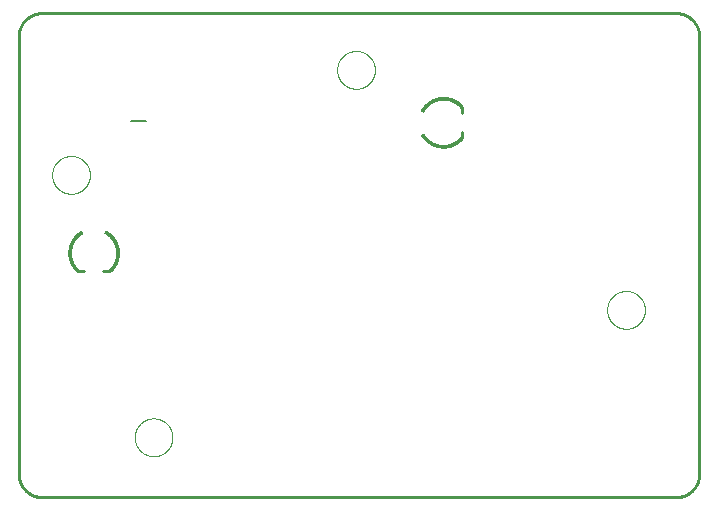
<source format=gbo>
G75*
%MOIN*%
%OFA0B0*%
%FSLAX25Y25*%
%IPPOS*%
%LPD*%
%AMOC8*
5,1,8,0,0,1.08239X$1,22.5*
%
%ADD10C,0.00000*%
%ADD11C,0.01000*%
%ADD12C,0.00100*%
%ADD13C,0.00800*%
D10*
X0043001Y0026800D02*
X0043003Y0026958D01*
X0043009Y0027116D01*
X0043019Y0027274D01*
X0043033Y0027432D01*
X0043051Y0027589D01*
X0043072Y0027746D01*
X0043098Y0027902D01*
X0043128Y0028058D01*
X0043161Y0028213D01*
X0043199Y0028366D01*
X0043240Y0028519D01*
X0043285Y0028671D01*
X0043334Y0028822D01*
X0043387Y0028971D01*
X0043443Y0029119D01*
X0043503Y0029265D01*
X0043567Y0029410D01*
X0043635Y0029553D01*
X0043706Y0029695D01*
X0043780Y0029835D01*
X0043858Y0029972D01*
X0043940Y0030108D01*
X0044024Y0030242D01*
X0044113Y0030373D01*
X0044204Y0030502D01*
X0044299Y0030629D01*
X0044396Y0030754D01*
X0044497Y0030876D01*
X0044601Y0030995D01*
X0044708Y0031112D01*
X0044818Y0031226D01*
X0044931Y0031337D01*
X0045046Y0031446D01*
X0045164Y0031551D01*
X0045285Y0031653D01*
X0045408Y0031753D01*
X0045534Y0031849D01*
X0045662Y0031942D01*
X0045792Y0032032D01*
X0045925Y0032118D01*
X0046060Y0032202D01*
X0046196Y0032281D01*
X0046335Y0032358D01*
X0046476Y0032430D01*
X0046618Y0032500D01*
X0046762Y0032565D01*
X0046908Y0032627D01*
X0047055Y0032685D01*
X0047204Y0032740D01*
X0047354Y0032791D01*
X0047505Y0032838D01*
X0047657Y0032881D01*
X0047810Y0032920D01*
X0047965Y0032956D01*
X0048120Y0032987D01*
X0048276Y0033015D01*
X0048432Y0033039D01*
X0048589Y0033059D01*
X0048747Y0033075D01*
X0048904Y0033087D01*
X0049063Y0033095D01*
X0049221Y0033099D01*
X0049379Y0033099D01*
X0049537Y0033095D01*
X0049696Y0033087D01*
X0049853Y0033075D01*
X0050011Y0033059D01*
X0050168Y0033039D01*
X0050324Y0033015D01*
X0050480Y0032987D01*
X0050635Y0032956D01*
X0050790Y0032920D01*
X0050943Y0032881D01*
X0051095Y0032838D01*
X0051246Y0032791D01*
X0051396Y0032740D01*
X0051545Y0032685D01*
X0051692Y0032627D01*
X0051838Y0032565D01*
X0051982Y0032500D01*
X0052124Y0032430D01*
X0052265Y0032358D01*
X0052404Y0032281D01*
X0052540Y0032202D01*
X0052675Y0032118D01*
X0052808Y0032032D01*
X0052938Y0031942D01*
X0053066Y0031849D01*
X0053192Y0031753D01*
X0053315Y0031653D01*
X0053436Y0031551D01*
X0053554Y0031446D01*
X0053669Y0031337D01*
X0053782Y0031226D01*
X0053892Y0031112D01*
X0053999Y0030995D01*
X0054103Y0030876D01*
X0054204Y0030754D01*
X0054301Y0030629D01*
X0054396Y0030502D01*
X0054487Y0030373D01*
X0054576Y0030242D01*
X0054660Y0030108D01*
X0054742Y0029972D01*
X0054820Y0029835D01*
X0054894Y0029695D01*
X0054965Y0029553D01*
X0055033Y0029410D01*
X0055097Y0029265D01*
X0055157Y0029119D01*
X0055213Y0028971D01*
X0055266Y0028822D01*
X0055315Y0028671D01*
X0055360Y0028519D01*
X0055401Y0028366D01*
X0055439Y0028213D01*
X0055472Y0028058D01*
X0055502Y0027902D01*
X0055528Y0027746D01*
X0055549Y0027589D01*
X0055567Y0027432D01*
X0055581Y0027274D01*
X0055591Y0027116D01*
X0055597Y0026958D01*
X0055599Y0026800D01*
X0055597Y0026642D01*
X0055591Y0026484D01*
X0055581Y0026326D01*
X0055567Y0026168D01*
X0055549Y0026011D01*
X0055528Y0025854D01*
X0055502Y0025698D01*
X0055472Y0025542D01*
X0055439Y0025387D01*
X0055401Y0025234D01*
X0055360Y0025081D01*
X0055315Y0024929D01*
X0055266Y0024778D01*
X0055213Y0024629D01*
X0055157Y0024481D01*
X0055097Y0024335D01*
X0055033Y0024190D01*
X0054965Y0024047D01*
X0054894Y0023905D01*
X0054820Y0023765D01*
X0054742Y0023628D01*
X0054660Y0023492D01*
X0054576Y0023358D01*
X0054487Y0023227D01*
X0054396Y0023098D01*
X0054301Y0022971D01*
X0054204Y0022846D01*
X0054103Y0022724D01*
X0053999Y0022605D01*
X0053892Y0022488D01*
X0053782Y0022374D01*
X0053669Y0022263D01*
X0053554Y0022154D01*
X0053436Y0022049D01*
X0053315Y0021947D01*
X0053192Y0021847D01*
X0053066Y0021751D01*
X0052938Y0021658D01*
X0052808Y0021568D01*
X0052675Y0021482D01*
X0052540Y0021398D01*
X0052404Y0021319D01*
X0052265Y0021242D01*
X0052124Y0021170D01*
X0051982Y0021100D01*
X0051838Y0021035D01*
X0051692Y0020973D01*
X0051545Y0020915D01*
X0051396Y0020860D01*
X0051246Y0020809D01*
X0051095Y0020762D01*
X0050943Y0020719D01*
X0050790Y0020680D01*
X0050635Y0020644D01*
X0050480Y0020613D01*
X0050324Y0020585D01*
X0050168Y0020561D01*
X0050011Y0020541D01*
X0049853Y0020525D01*
X0049696Y0020513D01*
X0049537Y0020505D01*
X0049379Y0020501D01*
X0049221Y0020501D01*
X0049063Y0020505D01*
X0048904Y0020513D01*
X0048747Y0020525D01*
X0048589Y0020541D01*
X0048432Y0020561D01*
X0048276Y0020585D01*
X0048120Y0020613D01*
X0047965Y0020644D01*
X0047810Y0020680D01*
X0047657Y0020719D01*
X0047505Y0020762D01*
X0047354Y0020809D01*
X0047204Y0020860D01*
X0047055Y0020915D01*
X0046908Y0020973D01*
X0046762Y0021035D01*
X0046618Y0021100D01*
X0046476Y0021170D01*
X0046335Y0021242D01*
X0046196Y0021319D01*
X0046060Y0021398D01*
X0045925Y0021482D01*
X0045792Y0021568D01*
X0045662Y0021658D01*
X0045534Y0021751D01*
X0045408Y0021847D01*
X0045285Y0021947D01*
X0045164Y0022049D01*
X0045046Y0022154D01*
X0044931Y0022263D01*
X0044818Y0022374D01*
X0044708Y0022488D01*
X0044601Y0022605D01*
X0044497Y0022724D01*
X0044396Y0022846D01*
X0044299Y0022971D01*
X0044204Y0023098D01*
X0044113Y0023227D01*
X0044024Y0023358D01*
X0043940Y0023492D01*
X0043858Y0023628D01*
X0043780Y0023765D01*
X0043706Y0023905D01*
X0043635Y0024047D01*
X0043567Y0024190D01*
X0043503Y0024335D01*
X0043443Y0024481D01*
X0043387Y0024629D01*
X0043334Y0024778D01*
X0043285Y0024929D01*
X0043240Y0025081D01*
X0043199Y0025234D01*
X0043161Y0025387D01*
X0043128Y0025542D01*
X0043098Y0025698D01*
X0043072Y0025854D01*
X0043051Y0026011D01*
X0043033Y0026168D01*
X0043019Y0026326D01*
X0043009Y0026484D01*
X0043003Y0026642D01*
X0043001Y0026800D01*
X0015481Y0114280D02*
X0015483Y0114438D01*
X0015489Y0114596D01*
X0015499Y0114754D01*
X0015513Y0114912D01*
X0015531Y0115069D01*
X0015552Y0115226D01*
X0015578Y0115382D01*
X0015608Y0115538D01*
X0015641Y0115693D01*
X0015679Y0115846D01*
X0015720Y0115999D01*
X0015765Y0116151D01*
X0015814Y0116302D01*
X0015867Y0116451D01*
X0015923Y0116599D01*
X0015983Y0116745D01*
X0016047Y0116890D01*
X0016115Y0117033D01*
X0016186Y0117175D01*
X0016260Y0117315D01*
X0016338Y0117452D01*
X0016420Y0117588D01*
X0016504Y0117722D01*
X0016593Y0117853D01*
X0016684Y0117982D01*
X0016779Y0118109D01*
X0016876Y0118234D01*
X0016977Y0118356D01*
X0017081Y0118475D01*
X0017188Y0118592D01*
X0017298Y0118706D01*
X0017411Y0118817D01*
X0017526Y0118926D01*
X0017644Y0119031D01*
X0017765Y0119133D01*
X0017888Y0119233D01*
X0018014Y0119329D01*
X0018142Y0119422D01*
X0018272Y0119512D01*
X0018405Y0119598D01*
X0018540Y0119682D01*
X0018676Y0119761D01*
X0018815Y0119838D01*
X0018956Y0119910D01*
X0019098Y0119980D01*
X0019242Y0120045D01*
X0019388Y0120107D01*
X0019535Y0120165D01*
X0019684Y0120220D01*
X0019834Y0120271D01*
X0019985Y0120318D01*
X0020137Y0120361D01*
X0020290Y0120400D01*
X0020445Y0120436D01*
X0020600Y0120467D01*
X0020756Y0120495D01*
X0020912Y0120519D01*
X0021069Y0120539D01*
X0021227Y0120555D01*
X0021384Y0120567D01*
X0021543Y0120575D01*
X0021701Y0120579D01*
X0021859Y0120579D01*
X0022017Y0120575D01*
X0022176Y0120567D01*
X0022333Y0120555D01*
X0022491Y0120539D01*
X0022648Y0120519D01*
X0022804Y0120495D01*
X0022960Y0120467D01*
X0023115Y0120436D01*
X0023270Y0120400D01*
X0023423Y0120361D01*
X0023575Y0120318D01*
X0023726Y0120271D01*
X0023876Y0120220D01*
X0024025Y0120165D01*
X0024172Y0120107D01*
X0024318Y0120045D01*
X0024462Y0119980D01*
X0024604Y0119910D01*
X0024745Y0119838D01*
X0024884Y0119761D01*
X0025020Y0119682D01*
X0025155Y0119598D01*
X0025288Y0119512D01*
X0025418Y0119422D01*
X0025546Y0119329D01*
X0025672Y0119233D01*
X0025795Y0119133D01*
X0025916Y0119031D01*
X0026034Y0118926D01*
X0026149Y0118817D01*
X0026262Y0118706D01*
X0026372Y0118592D01*
X0026479Y0118475D01*
X0026583Y0118356D01*
X0026684Y0118234D01*
X0026781Y0118109D01*
X0026876Y0117982D01*
X0026967Y0117853D01*
X0027056Y0117722D01*
X0027140Y0117588D01*
X0027222Y0117452D01*
X0027300Y0117315D01*
X0027374Y0117175D01*
X0027445Y0117033D01*
X0027513Y0116890D01*
X0027577Y0116745D01*
X0027637Y0116599D01*
X0027693Y0116451D01*
X0027746Y0116302D01*
X0027795Y0116151D01*
X0027840Y0115999D01*
X0027881Y0115846D01*
X0027919Y0115693D01*
X0027952Y0115538D01*
X0027982Y0115382D01*
X0028008Y0115226D01*
X0028029Y0115069D01*
X0028047Y0114912D01*
X0028061Y0114754D01*
X0028071Y0114596D01*
X0028077Y0114438D01*
X0028079Y0114280D01*
X0028077Y0114122D01*
X0028071Y0113964D01*
X0028061Y0113806D01*
X0028047Y0113648D01*
X0028029Y0113491D01*
X0028008Y0113334D01*
X0027982Y0113178D01*
X0027952Y0113022D01*
X0027919Y0112867D01*
X0027881Y0112714D01*
X0027840Y0112561D01*
X0027795Y0112409D01*
X0027746Y0112258D01*
X0027693Y0112109D01*
X0027637Y0111961D01*
X0027577Y0111815D01*
X0027513Y0111670D01*
X0027445Y0111527D01*
X0027374Y0111385D01*
X0027300Y0111245D01*
X0027222Y0111108D01*
X0027140Y0110972D01*
X0027056Y0110838D01*
X0026967Y0110707D01*
X0026876Y0110578D01*
X0026781Y0110451D01*
X0026684Y0110326D01*
X0026583Y0110204D01*
X0026479Y0110085D01*
X0026372Y0109968D01*
X0026262Y0109854D01*
X0026149Y0109743D01*
X0026034Y0109634D01*
X0025916Y0109529D01*
X0025795Y0109427D01*
X0025672Y0109327D01*
X0025546Y0109231D01*
X0025418Y0109138D01*
X0025288Y0109048D01*
X0025155Y0108962D01*
X0025020Y0108878D01*
X0024884Y0108799D01*
X0024745Y0108722D01*
X0024604Y0108650D01*
X0024462Y0108580D01*
X0024318Y0108515D01*
X0024172Y0108453D01*
X0024025Y0108395D01*
X0023876Y0108340D01*
X0023726Y0108289D01*
X0023575Y0108242D01*
X0023423Y0108199D01*
X0023270Y0108160D01*
X0023115Y0108124D01*
X0022960Y0108093D01*
X0022804Y0108065D01*
X0022648Y0108041D01*
X0022491Y0108021D01*
X0022333Y0108005D01*
X0022176Y0107993D01*
X0022017Y0107985D01*
X0021859Y0107981D01*
X0021701Y0107981D01*
X0021543Y0107985D01*
X0021384Y0107993D01*
X0021227Y0108005D01*
X0021069Y0108021D01*
X0020912Y0108041D01*
X0020756Y0108065D01*
X0020600Y0108093D01*
X0020445Y0108124D01*
X0020290Y0108160D01*
X0020137Y0108199D01*
X0019985Y0108242D01*
X0019834Y0108289D01*
X0019684Y0108340D01*
X0019535Y0108395D01*
X0019388Y0108453D01*
X0019242Y0108515D01*
X0019098Y0108580D01*
X0018956Y0108650D01*
X0018815Y0108722D01*
X0018676Y0108799D01*
X0018540Y0108878D01*
X0018405Y0108962D01*
X0018272Y0109048D01*
X0018142Y0109138D01*
X0018014Y0109231D01*
X0017888Y0109327D01*
X0017765Y0109427D01*
X0017644Y0109529D01*
X0017526Y0109634D01*
X0017411Y0109743D01*
X0017298Y0109854D01*
X0017188Y0109968D01*
X0017081Y0110085D01*
X0016977Y0110204D01*
X0016876Y0110326D01*
X0016779Y0110451D01*
X0016684Y0110578D01*
X0016593Y0110707D01*
X0016504Y0110838D01*
X0016420Y0110972D01*
X0016338Y0111108D01*
X0016260Y0111245D01*
X0016186Y0111385D01*
X0016115Y0111527D01*
X0016047Y0111670D01*
X0015983Y0111815D01*
X0015923Y0111961D01*
X0015867Y0112109D01*
X0015814Y0112258D01*
X0015765Y0112409D01*
X0015720Y0112561D01*
X0015679Y0112714D01*
X0015641Y0112867D01*
X0015608Y0113022D01*
X0015578Y0113178D01*
X0015552Y0113334D01*
X0015531Y0113491D01*
X0015513Y0113648D01*
X0015499Y0113806D01*
X0015489Y0113964D01*
X0015483Y0114122D01*
X0015481Y0114280D01*
X0110481Y0149280D02*
X0110483Y0149438D01*
X0110489Y0149596D01*
X0110499Y0149754D01*
X0110513Y0149912D01*
X0110531Y0150069D01*
X0110552Y0150226D01*
X0110578Y0150382D01*
X0110608Y0150538D01*
X0110641Y0150693D01*
X0110679Y0150846D01*
X0110720Y0150999D01*
X0110765Y0151151D01*
X0110814Y0151302D01*
X0110867Y0151451D01*
X0110923Y0151599D01*
X0110983Y0151745D01*
X0111047Y0151890D01*
X0111115Y0152033D01*
X0111186Y0152175D01*
X0111260Y0152315D01*
X0111338Y0152452D01*
X0111420Y0152588D01*
X0111504Y0152722D01*
X0111593Y0152853D01*
X0111684Y0152982D01*
X0111779Y0153109D01*
X0111876Y0153234D01*
X0111977Y0153356D01*
X0112081Y0153475D01*
X0112188Y0153592D01*
X0112298Y0153706D01*
X0112411Y0153817D01*
X0112526Y0153926D01*
X0112644Y0154031D01*
X0112765Y0154133D01*
X0112888Y0154233D01*
X0113014Y0154329D01*
X0113142Y0154422D01*
X0113272Y0154512D01*
X0113405Y0154598D01*
X0113540Y0154682D01*
X0113676Y0154761D01*
X0113815Y0154838D01*
X0113956Y0154910D01*
X0114098Y0154980D01*
X0114242Y0155045D01*
X0114388Y0155107D01*
X0114535Y0155165D01*
X0114684Y0155220D01*
X0114834Y0155271D01*
X0114985Y0155318D01*
X0115137Y0155361D01*
X0115290Y0155400D01*
X0115445Y0155436D01*
X0115600Y0155467D01*
X0115756Y0155495D01*
X0115912Y0155519D01*
X0116069Y0155539D01*
X0116227Y0155555D01*
X0116384Y0155567D01*
X0116543Y0155575D01*
X0116701Y0155579D01*
X0116859Y0155579D01*
X0117017Y0155575D01*
X0117176Y0155567D01*
X0117333Y0155555D01*
X0117491Y0155539D01*
X0117648Y0155519D01*
X0117804Y0155495D01*
X0117960Y0155467D01*
X0118115Y0155436D01*
X0118270Y0155400D01*
X0118423Y0155361D01*
X0118575Y0155318D01*
X0118726Y0155271D01*
X0118876Y0155220D01*
X0119025Y0155165D01*
X0119172Y0155107D01*
X0119318Y0155045D01*
X0119462Y0154980D01*
X0119604Y0154910D01*
X0119745Y0154838D01*
X0119884Y0154761D01*
X0120020Y0154682D01*
X0120155Y0154598D01*
X0120288Y0154512D01*
X0120418Y0154422D01*
X0120546Y0154329D01*
X0120672Y0154233D01*
X0120795Y0154133D01*
X0120916Y0154031D01*
X0121034Y0153926D01*
X0121149Y0153817D01*
X0121262Y0153706D01*
X0121372Y0153592D01*
X0121479Y0153475D01*
X0121583Y0153356D01*
X0121684Y0153234D01*
X0121781Y0153109D01*
X0121876Y0152982D01*
X0121967Y0152853D01*
X0122056Y0152722D01*
X0122140Y0152588D01*
X0122222Y0152452D01*
X0122300Y0152315D01*
X0122374Y0152175D01*
X0122445Y0152033D01*
X0122513Y0151890D01*
X0122577Y0151745D01*
X0122637Y0151599D01*
X0122693Y0151451D01*
X0122746Y0151302D01*
X0122795Y0151151D01*
X0122840Y0150999D01*
X0122881Y0150846D01*
X0122919Y0150693D01*
X0122952Y0150538D01*
X0122982Y0150382D01*
X0123008Y0150226D01*
X0123029Y0150069D01*
X0123047Y0149912D01*
X0123061Y0149754D01*
X0123071Y0149596D01*
X0123077Y0149438D01*
X0123079Y0149280D01*
X0123077Y0149122D01*
X0123071Y0148964D01*
X0123061Y0148806D01*
X0123047Y0148648D01*
X0123029Y0148491D01*
X0123008Y0148334D01*
X0122982Y0148178D01*
X0122952Y0148022D01*
X0122919Y0147867D01*
X0122881Y0147714D01*
X0122840Y0147561D01*
X0122795Y0147409D01*
X0122746Y0147258D01*
X0122693Y0147109D01*
X0122637Y0146961D01*
X0122577Y0146815D01*
X0122513Y0146670D01*
X0122445Y0146527D01*
X0122374Y0146385D01*
X0122300Y0146245D01*
X0122222Y0146108D01*
X0122140Y0145972D01*
X0122056Y0145838D01*
X0121967Y0145707D01*
X0121876Y0145578D01*
X0121781Y0145451D01*
X0121684Y0145326D01*
X0121583Y0145204D01*
X0121479Y0145085D01*
X0121372Y0144968D01*
X0121262Y0144854D01*
X0121149Y0144743D01*
X0121034Y0144634D01*
X0120916Y0144529D01*
X0120795Y0144427D01*
X0120672Y0144327D01*
X0120546Y0144231D01*
X0120418Y0144138D01*
X0120288Y0144048D01*
X0120155Y0143962D01*
X0120020Y0143878D01*
X0119884Y0143799D01*
X0119745Y0143722D01*
X0119604Y0143650D01*
X0119462Y0143580D01*
X0119318Y0143515D01*
X0119172Y0143453D01*
X0119025Y0143395D01*
X0118876Y0143340D01*
X0118726Y0143289D01*
X0118575Y0143242D01*
X0118423Y0143199D01*
X0118270Y0143160D01*
X0118115Y0143124D01*
X0117960Y0143093D01*
X0117804Y0143065D01*
X0117648Y0143041D01*
X0117491Y0143021D01*
X0117333Y0143005D01*
X0117176Y0142993D01*
X0117017Y0142985D01*
X0116859Y0142981D01*
X0116701Y0142981D01*
X0116543Y0142985D01*
X0116384Y0142993D01*
X0116227Y0143005D01*
X0116069Y0143021D01*
X0115912Y0143041D01*
X0115756Y0143065D01*
X0115600Y0143093D01*
X0115445Y0143124D01*
X0115290Y0143160D01*
X0115137Y0143199D01*
X0114985Y0143242D01*
X0114834Y0143289D01*
X0114684Y0143340D01*
X0114535Y0143395D01*
X0114388Y0143453D01*
X0114242Y0143515D01*
X0114098Y0143580D01*
X0113956Y0143650D01*
X0113815Y0143722D01*
X0113676Y0143799D01*
X0113540Y0143878D01*
X0113405Y0143962D01*
X0113272Y0144048D01*
X0113142Y0144138D01*
X0113014Y0144231D01*
X0112888Y0144327D01*
X0112765Y0144427D01*
X0112644Y0144529D01*
X0112526Y0144634D01*
X0112411Y0144743D01*
X0112298Y0144854D01*
X0112188Y0144968D01*
X0112081Y0145085D01*
X0111977Y0145204D01*
X0111876Y0145326D01*
X0111779Y0145451D01*
X0111684Y0145578D01*
X0111593Y0145707D01*
X0111504Y0145838D01*
X0111420Y0145972D01*
X0111338Y0146108D01*
X0111260Y0146245D01*
X0111186Y0146385D01*
X0111115Y0146527D01*
X0111047Y0146670D01*
X0110983Y0146815D01*
X0110923Y0146961D01*
X0110867Y0147109D01*
X0110814Y0147258D01*
X0110765Y0147409D01*
X0110720Y0147561D01*
X0110679Y0147714D01*
X0110641Y0147867D01*
X0110608Y0148022D01*
X0110578Y0148178D01*
X0110552Y0148334D01*
X0110531Y0148491D01*
X0110513Y0148648D01*
X0110499Y0148806D01*
X0110489Y0148964D01*
X0110483Y0149122D01*
X0110481Y0149280D01*
X0200481Y0069280D02*
X0200483Y0069438D01*
X0200489Y0069596D01*
X0200499Y0069754D01*
X0200513Y0069912D01*
X0200531Y0070069D01*
X0200552Y0070226D01*
X0200578Y0070382D01*
X0200608Y0070538D01*
X0200641Y0070693D01*
X0200679Y0070846D01*
X0200720Y0070999D01*
X0200765Y0071151D01*
X0200814Y0071302D01*
X0200867Y0071451D01*
X0200923Y0071599D01*
X0200983Y0071745D01*
X0201047Y0071890D01*
X0201115Y0072033D01*
X0201186Y0072175D01*
X0201260Y0072315D01*
X0201338Y0072452D01*
X0201420Y0072588D01*
X0201504Y0072722D01*
X0201593Y0072853D01*
X0201684Y0072982D01*
X0201779Y0073109D01*
X0201876Y0073234D01*
X0201977Y0073356D01*
X0202081Y0073475D01*
X0202188Y0073592D01*
X0202298Y0073706D01*
X0202411Y0073817D01*
X0202526Y0073926D01*
X0202644Y0074031D01*
X0202765Y0074133D01*
X0202888Y0074233D01*
X0203014Y0074329D01*
X0203142Y0074422D01*
X0203272Y0074512D01*
X0203405Y0074598D01*
X0203540Y0074682D01*
X0203676Y0074761D01*
X0203815Y0074838D01*
X0203956Y0074910D01*
X0204098Y0074980D01*
X0204242Y0075045D01*
X0204388Y0075107D01*
X0204535Y0075165D01*
X0204684Y0075220D01*
X0204834Y0075271D01*
X0204985Y0075318D01*
X0205137Y0075361D01*
X0205290Y0075400D01*
X0205445Y0075436D01*
X0205600Y0075467D01*
X0205756Y0075495D01*
X0205912Y0075519D01*
X0206069Y0075539D01*
X0206227Y0075555D01*
X0206384Y0075567D01*
X0206543Y0075575D01*
X0206701Y0075579D01*
X0206859Y0075579D01*
X0207017Y0075575D01*
X0207176Y0075567D01*
X0207333Y0075555D01*
X0207491Y0075539D01*
X0207648Y0075519D01*
X0207804Y0075495D01*
X0207960Y0075467D01*
X0208115Y0075436D01*
X0208270Y0075400D01*
X0208423Y0075361D01*
X0208575Y0075318D01*
X0208726Y0075271D01*
X0208876Y0075220D01*
X0209025Y0075165D01*
X0209172Y0075107D01*
X0209318Y0075045D01*
X0209462Y0074980D01*
X0209604Y0074910D01*
X0209745Y0074838D01*
X0209884Y0074761D01*
X0210020Y0074682D01*
X0210155Y0074598D01*
X0210288Y0074512D01*
X0210418Y0074422D01*
X0210546Y0074329D01*
X0210672Y0074233D01*
X0210795Y0074133D01*
X0210916Y0074031D01*
X0211034Y0073926D01*
X0211149Y0073817D01*
X0211262Y0073706D01*
X0211372Y0073592D01*
X0211479Y0073475D01*
X0211583Y0073356D01*
X0211684Y0073234D01*
X0211781Y0073109D01*
X0211876Y0072982D01*
X0211967Y0072853D01*
X0212056Y0072722D01*
X0212140Y0072588D01*
X0212222Y0072452D01*
X0212300Y0072315D01*
X0212374Y0072175D01*
X0212445Y0072033D01*
X0212513Y0071890D01*
X0212577Y0071745D01*
X0212637Y0071599D01*
X0212693Y0071451D01*
X0212746Y0071302D01*
X0212795Y0071151D01*
X0212840Y0070999D01*
X0212881Y0070846D01*
X0212919Y0070693D01*
X0212952Y0070538D01*
X0212982Y0070382D01*
X0213008Y0070226D01*
X0213029Y0070069D01*
X0213047Y0069912D01*
X0213061Y0069754D01*
X0213071Y0069596D01*
X0213077Y0069438D01*
X0213079Y0069280D01*
X0213077Y0069122D01*
X0213071Y0068964D01*
X0213061Y0068806D01*
X0213047Y0068648D01*
X0213029Y0068491D01*
X0213008Y0068334D01*
X0212982Y0068178D01*
X0212952Y0068022D01*
X0212919Y0067867D01*
X0212881Y0067714D01*
X0212840Y0067561D01*
X0212795Y0067409D01*
X0212746Y0067258D01*
X0212693Y0067109D01*
X0212637Y0066961D01*
X0212577Y0066815D01*
X0212513Y0066670D01*
X0212445Y0066527D01*
X0212374Y0066385D01*
X0212300Y0066245D01*
X0212222Y0066108D01*
X0212140Y0065972D01*
X0212056Y0065838D01*
X0211967Y0065707D01*
X0211876Y0065578D01*
X0211781Y0065451D01*
X0211684Y0065326D01*
X0211583Y0065204D01*
X0211479Y0065085D01*
X0211372Y0064968D01*
X0211262Y0064854D01*
X0211149Y0064743D01*
X0211034Y0064634D01*
X0210916Y0064529D01*
X0210795Y0064427D01*
X0210672Y0064327D01*
X0210546Y0064231D01*
X0210418Y0064138D01*
X0210288Y0064048D01*
X0210155Y0063962D01*
X0210020Y0063878D01*
X0209884Y0063799D01*
X0209745Y0063722D01*
X0209604Y0063650D01*
X0209462Y0063580D01*
X0209318Y0063515D01*
X0209172Y0063453D01*
X0209025Y0063395D01*
X0208876Y0063340D01*
X0208726Y0063289D01*
X0208575Y0063242D01*
X0208423Y0063199D01*
X0208270Y0063160D01*
X0208115Y0063124D01*
X0207960Y0063093D01*
X0207804Y0063065D01*
X0207648Y0063041D01*
X0207491Y0063021D01*
X0207333Y0063005D01*
X0207176Y0062993D01*
X0207017Y0062985D01*
X0206859Y0062981D01*
X0206701Y0062981D01*
X0206543Y0062985D01*
X0206384Y0062993D01*
X0206227Y0063005D01*
X0206069Y0063021D01*
X0205912Y0063041D01*
X0205756Y0063065D01*
X0205600Y0063093D01*
X0205445Y0063124D01*
X0205290Y0063160D01*
X0205137Y0063199D01*
X0204985Y0063242D01*
X0204834Y0063289D01*
X0204684Y0063340D01*
X0204535Y0063395D01*
X0204388Y0063453D01*
X0204242Y0063515D01*
X0204098Y0063580D01*
X0203956Y0063650D01*
X0203815Y0063722D01*
X0203676Y0063799D01*
X0203540Y0063878D01*
X0203405Y0063962D01*
X0203272Y0064048D01*
X0203142Y0064138D01*
X0203014Y0064231D01*
X0202888Y0064327D01*
X0202765Y0064427D01*
X0202644Y0064529D01*
X0202526Y0064634D01*
X0202411Y0064743D01*
X0202298Y0064854D01*
X0202188Y0064968D01*
X0202081Y0065085D01*
X0201977Y0065204D01*
X0201876Y0065326D01*
X0201779Y0065451D01*
X0201684Y0065578D01*
X0201593Y0065707D01*
X0201504Y0065838D01*
X0201420Y0065972D01*
X0201338Y0066108D01*
X0201260Y0066245D01*
X0201186Y0066385D01*
X0201115Y0066527D01*
X0201047Y0066670D01*
X0200983Y0066815D01*
X0200923Y0066961D01*
X0200867Y0067109D01*
X0200814Y0067258D01*
X0200765Y0067409D01*
X0200720Y0067561D01*
X0200679Y0067714D01*
X0200641Y0067867D01*
X0200608Y0068022D01*
X0200578Y0068178D01*
X0200552Y0068334D01*
X0200531Y0068491D01*
X0200513Y0068648D01*
X0200499Y0068806D01*
X0200489Y0068964D01*
X0200483Y0069122D01*
X0200481Y0069280D01*
D11*
X0223335Y0006800D02*
X0012174Y0006800D01*
X0011984Y0006802D01*
X0011794Y0006809D01*
X0011604Y0006821D01*
X0011414Y0006837D01*
X0011225Y0006857D01*
X0011036Y0006883D01*
X0010848Y0006912D01*
X0010661Y0006947D01*
X0010475Y0006986D01*
X0010290Y0007029D01*
X0010105Y0007077D01*
X0009922Y0007129D01*
X0009741Y0007185D01*
X0009561Y0007246D01*
X0009382Y0007312D01*
X0009205Y0007381D01*
X0009029Y0007455D01*
X0008856Y0007533D01*
X0008684Y0007616D01*
X0008515Y0007702D01*
X0008347Y0007792D01*
X0008182Y0007887D01*
X0008019Y0007985D01*
X0007859Y0008088D01*
X0007701Y0008194D01*
X0007546Y0008304D01*
X0007393Y0008417D01*
X0007243Y0008535D01*
X0007097Y0008656D01*
X0006953Y0008780D01*
X0006812Y0008908D01*
X0006674Y0009039D01*
X0006539Y0009174D01*
X0006408Y0009312D01*
X0006280Y0009453D01*
X0006156Y0009597D01*
X0006035Y0009743D01*
X0005917Y0009893D01*
X0005804Y0010046D01*
X0005694Y0010201D01*
X0005588Y0010359D01*
X0005485Y0010519D01*
X0005387Y0010682D01*
X0005292Y0010847D01*
X0005202Y0011015D01*
X0005116Y0011184D01*
X0005033Y0011356D01*
X0004955Y0011529D01*
X0004881Y0011705D01*
X0004812Y0011882D01*
X0004746Y0012061D01*
X0004685Y0012241D01*
X0004629Y0012422D01*
X0004577Y0012605D01*
X0004529Y0012790D01*
X0004486Y0012975D01*
X0004447Y0013161D01*
X0004412Y0013348D01*
X0004383Y0013536D01*
X0004357Y0013725D01*
X0004337Y0013914D01*
X0004321Y0014104D01*
X0004309Y0014294D01*
X0004302Y0014484D01*
X0004300Y0014674D01*
X0004300Y0160343D01*
X0004302Y0160533D01*
X0004309Y0160723D01*
X0004321Y0160913D01*
X0004337Y0161103D01*
X0004357Y0161292D01*
X0004383Y0161481D01*
X0004412Y0161669D01*
X0004447Y0161856D01*
X0004486Y0162042D01*
X0004529Y0162227D01*
X0004577Y0162412D01*
X0004629Y0162595D01*
X0004685Y0162776D01*
X0004746Y0162956D01*
X0004812Y0163135D01*
X0004881Y0163312D01*
X0004955Y0163488D01*
X0005033Y0163661D01*
X0005116Y0163833D01*
X0005202Y0164002D01*
X0005292Y0164170D01*
X0005387Y0164335D01*
X0005485Y0164498D01*
X0005588Y0164658D01*
X0005694Y0164816D01*
X0005804Y0164971D01*
X0005917Y0165124D01*
X0006035Y0165274D01*
X0006156Y0165420D01*
X0006280Y0165564D01*
X0006408Y0165705D01*
X0006539Y0165843D01*
X0006674Y0165978D01*
X0006812Y0166109D01*
X0006953Y0166237D01*
X0007097Y0166361D01*
X0007243Y0166482D01*
X0007393Y0166600D01*
X0007546Y0166713D01*
X0007701Y0166823D01*
X0007859Y0166929D01*
X0008019Y0167032D01*
X0008182Y0167130D01*
X0008347Y0167225D01*
X0008515Y0167315D01*
X0008684Y0167401D01*
X0008856Y0167484D01*
X0009029Y0167562D01*
X0009205Y0167636D01*
X0009382Y0167705D01*
X0009561Y0167771D01*
X0009741Y0167832D01*
X0009922Y0167888D01*
X0010105Y0167940D01*
X0010290Y0167988D01*
X0010475Y0168031D01*
X0010661Y0168070D01*
X0010848Y0168105D01*
X0011036Y0168134D01*
X0011225Y0168160D01*
X0011414Y0168180D01*
X0011604Y0168196D01*
X0011794Y0168208D01*
X0011984Y0168215D01*
X0012174Y0168217D01*
X0223335Y0168217D01*
X0223525Y0168215D01*
X0223715Y0168208D01*
X0223905Y0168196D01*
X0224095Y0168180D01*
X0224284Y0168160D01*
X0224473Y0168134D01*
X0224661Y0168105D01*
X0224848Y0168070D01*
X0225034Y0168031D01*
X0225219Y0167988D01*
X0225404Y0167940D01*
X0225587Y0167888D01*
X0225768Y0167832D01*
X0225948Y0167771D01*
X0226127Y0167705D01*
X0226304Y0167636D01*
X0226480Y0167562D01*
X0226653Y0167484D01*
X0226825Y0167401D01*
X0226994Y0167315D01*
X0227162Y0167225D01*
X0227327Y0167130D01*
X0227490Y0167032D01*
X0227650Y0166929D01*
X0227808Y0166823D01*
X0227963Y0166713D01*
X0228116Y0166600D01*
X0228266Y0166482D01*
X0228412Y0166361D01*
X0228556Y0166237D01*
X0228697Y0166109D01*
X0228835Y0165978D01*
X0228970Y0165843D01*
X0229101Y0165705D01*
X0229229Y0165564D01*
X0229353Y0165420D01*
X0229474Y0165274D01*
X0229592Y0165124D01*
X0229705Y0164971D01*
X0229815Y0164816D01*
X0229921Y0164658D01*
X0230024Y0164498D01*
X0230122Y0164335D01*
X0230217Y0164170D01*
X0230307Y0164002D01*
X0230393Y0163833D01*
X0230476Y0163661D01*
X0230554Y0163488D01*
X0230628Y0163312D01*
X0230697Y0163135D01*
X0230763Y0162956D01*
X0230824Y0162776D01*
X0230880Y0162595D01*
X0230932Y0162412D01*
X0230980Y0162227D01*
X0231023Y0162042D01*
X0231062Y0161856D01*
X0231097Y0161669D01*
X0231126Y0161481D01*
X0231152Y0161292D01*
X0231172Y0161103D01*
X0231188Y0160913D01*
X0231200Y0160723D01*
X0231207Y0160533D01*
X0231209Y0160343D01*
X0231209Y0014674D01*
X0231207Y0014484D01*
X0231200Y0014294D01*
X0231188Y0014104D01*
X0231172Y0013914D01*
X0231152Y0013725D01*
X0231126Y0013536D01*
X0231097Y0013348D01*
X0231062Y0013161D01*
X0231023Y0012975D01*
X0230980Y0012790D01*
X0230932Y0012605D01*
X0230880Y0012422D01*
X0230824Y0012241D01*
X0230763Y0012061D01*
X0230697Y0011882D01*
X0230628Y0011705D01*
X0230554Y0011529D01*
X0230476Y0011356D01*
X0230393Y0011184D01*
X0230307Y0011015D01*
X0230217Y0010847D01*
X0230122Y0010682D01*
X0230024Y0010519D01*
X0229921Y0010359D01*
X0229815Y0010201D01*
X0229705Y0010046D01*
X0229592Y0009893D01*
X0229474Y0009743D01*
X0229353Y0009597D01*
X0229229Y0009453D01*
X0229101Y0009312D01*
X0228970Y0009174D01*
X0228835Y0009039D01*
X0228697Y0008908D01*
X0228556Y0008780D01*
X0228412Y0008656D01*
X0228266Y0008535D01*
X0228116Y0008417D01*
X0227963Y0008304D01*
X0227808Y0008194D01*
X0227650Y0008088D01*
X0227490Y0007985D01*
X0227327Y0007887D01*
X0227162Y0007792D01*
X0226994Y0007702D01*
X0226825Y0007616D01*
X0226653Y0007533D01*
X0226480Y0007455D01*
X0226304Y0007381D01*
X0226127Y0007312D01*
X0225948Y0007246D01*
X0225768Y0007185D01*
X0225587Y0007129D01*
X0225404Y0007077D01*
X0225219Y0007029D01*
X0225034Y0006986D01*
X0224848Y0006947D01*
X0224661Y0006912D01*
X0224473Y0006883D01*
X0224284Y0006857D01*
X0224095Y0006837D01*
X0223905Y0006821D01*
X0223715Y0006809D01*
X0223525Y0006802D01*
X0223335Y0006800D01*
X0152000Y0126700D02*
X0152000Y0128500D01*
X0152000Y0134900D02*
X0152000Y0136900D01*
X0034400Y0082100D02*
X0032400Y0082100D01*
X0026000Y0082100D02*
X0024200Y0082100D01*
D12*
X0037749Y0088350D02*
X0036849Y0088350D01*
X0036850Y0088350D02*
X0036846Y0088533D01*
X0036839Y0088716D01*
X0036826Y0088899D01*
X0036809Y0089082D01*
X0036788Y0089264D01*
X0036763Y0089445D01*
X0036733Y0089626D01*
X0036698Y0089806D01*
X0036660Y0089985D01*
X0036617Y0090163D01*
X0036569Y0090340D01*
X0036518Y0090515D01*
X0036462Y0090690D01*
X0036402Y0090863D01*
X0036337Y0091034D01*
X0036269Y0091204D01*
X0036197Y0091373D01*
X0036120Y0091539D01*
X0036039Y0091703D01*
X0035955Y0091866D01*
X0035866Y0092026D01*
X0035774Y0092185D01*
X0035678Y0092341D01*
X0035578Y0092494D01*
X0035474Y0092645D01*
X0035367Y0092794D01*
X0035256Y0092940D01*
X0035142Y0093083D01*
X0035024Y0093223D01*
X0034903Y0093360D01*
X0034779Y0093495D01*
X0034651Y0093626D01*
X0034520Y0093755D01*
X0034386Y0093880D01*
X0034250Y0094001D01*
X0034110Y0094120D01*
X0033967Y0094235D01*
X0033822Y0094346D01*
X0033674Y0094454D01*
X0033523Y0094558D01*
X0033370Y0094659D01*
X0033215Y0094756D01*
X0033057Y0094849D01*
X0032897Y0094938D01*
X0033320Y0095732D01*
X0033500Y0095632D01*
X0033677Y0095528D01*
X0033851Y0095420D01*
X0034023Y0095307D01*
X0034191Y0095190D01*
X0034357Y0095069D01*
X0034520Y0094945D01*
X0034680Y0094816D01*
X0034837Y0094683D01*
X0034990Y0094547D01*
X0035140Y0094407D01*
X0035287Y0094263D01*
X0035430Y0094116D01*
X0035570Y0093965D01*
X0035705Y0093811D01*
X0035837Y0093654D01*
X0035965Y0093494D01*
X0036090Y0093330D01*
X0036210Y0093164D01*
X0036326Y0092994D01*
X0036438Y0092822D01*
X0036546Y0092648D01*
X0036649Y0092470D01*
X0036748Y0092291D01*
X0036843Y0092108D01*
X0036933Y0091924D01*
X0037019Y0091738D01*
X0037100Y0091549D01*
X0037177Y0091359D01*
X0037249Y0091166D01*
X0037316Y0090972D01*
X0037379Y0090777D01*
X0037437Y0090580D01*
X0037490Y0090382D01*
X0037538Y0090182D01*
X0037581Y0089981D01*
X0037619Y0089780D01*
X0037653Y0089577D01*
X0037681Y0089374D01*
X0037705Y0089170D01*
X0037724Y0088965D01*
X0037737Y0088761D01*
X0037746Y0088556D01*
X0037750Y0088350D01*
X0037656Y0088350D01*
X0037652Y0088553D01*
X0037644Y0088756D01*
X0037630Y0088959D01*
X0037612Y0089161D01*
X0037588Y0089362D01*
X0037560Y0089563D01*
X0037527Y0089764D01*
X0037489Y0089963D01*
X0037446Y0090161D01*
X0037398Y0090359D01*
X0037346Y0090555D01*
X0037289Y0090750D01*
X0037227Y0090943D01*
X0037160Y0091135D01*
X0037089Y0091325D01*
X0037014Y0091513D01*
X0036933Y0091699D01*
X0036848Y0091884D01*
X0036759Y0092066D01*
X0036665Y0092246D01*
X0036567Y0092424D01*
X0036465Y0092599D01*
X0036359Y0092772D01*
X0036248Y0092942D01*
X0036133Y0093110D01*
X0036014Y0093274D01*
X0035891Y0093436D01*
X0035765Y0093594D01*
X0035634Y0093750D01*
X0035500Y0093902D01*
X0035362Y0094051D01*
X0035221Y0094197D01*
X0035076Y0094339D01*
X0034927Y0094477D01*
X0034776Y0094612D01*
X0034621Y0094743D01*
X0034463Y0094870D01*
X0034301Y0094994D01*
X0034137Y0095113D01*
X0033970Y0095229D01*
X0033801Y0095340D01*
X0033628Y0095448D01*
X0033453Y0095551D01*
X0033276Y0095649D01*
X0033232Y0095566D01*
X0033407Y0095469D01*
X0033580Y0095367D01*
X0033750Y0095261D01*
X0033918Y0095151D01*
X0034083Y0095037D01*
X0034245Y0094918D01*
X0034405Y0094796D01*
X0034561Y0094670D01*
X0034714Y0094541D01*
X0034864Y0094407D01*
X0035011Y0094271D01*
X0035154Y0094130D01*
X0035294Y0093986D01*
X0035430Y0093839D01*
X0035563Y0093688D01*
X0035692Y0093535D01*
X0035817Y0093378D01*
X0035939Y0093218D01*
X0036056Y0093055D01*
X0036170Y0092890D01*
X0036279Y0092722D01*
X0036385Y0092551D01*
X0036486Y0092378D01*
X0036583Y0092202D01*
X0036675Y0092024D01*
X0036763Y0091844D01*
X0036847Y0091661D01*
X0036927Y0091477D01*
X0037002Y0091291D01*
X0037072Y0091103D01*
X0037138Y0090913D01*
X0037199Y0090722D01*
X0037255Y0090530D01*
X0037307Y0090336D01*
X0037354Y0090141D01*
X0037397Y0089945D01*
X0037434Y0089747D01*
X0037467Y0089549D01*
X0037495Y0089351D01*
X0037518Y0089151D01*
X0037536Y0088952D01*
X0037550Y0088751D01*
X0037558Y0088551D01*
X0037562Y0088350D01*
X0037468Y0088350D01*
X0037464Y0088549D01*
X0037456Y0088747D01*
X0037443Y0088945D01*
X0037424Y0089142D01*
X0037402Y0089339D01*
X0037374Y0089536D01*
X0037342Y0089731D01*
X0037304Y0089926D01*
X0037263Y0090120D01*
X0037216Y0090313D01*
X0037165Y0090505D01*
X0037109Y0090695D01*
X0037049Y0090884D01*
X0036984Y0091071D01*
X0036914Y0091257D01*
X0036840Y0091441D01*
X0036761Y0091623D01*
X0036678Y0091803D01*
X0036591Y0091982D01*
X0036500Y0092158D01*
X0036404Y0092331D01*
X0036304Y0092503D01*
X0036200Y0092671D01*
X0036092Y0092838D01*
X0035979Y0093001D01*
X0035863Y0093162D01*
X0035743Y0093320D01*
X0035619Y0093475D01*
X0035492Y0093627D01*
X0035361Y0093776D01*
X0035226Y0093921D01*
X0035088Y0094064D01*
X0034946Y0094202D01*
X0034801Y0094338D01*
X0034653Y0094470D01*
X0034501Y0094598D01*
X0034347Y0094722D01*
X0034190Y0094843D01*
X0034029Y0094960D01*
X0033866Y0095073D01*
X0033700Y0095181D01*
X0033532Y0095286D01*
X0033361Y0095387D01*
X0033188Y0095483D01*
X0033143Y0095401D01*
X0033315Y0095305D01*
X0033484Y0095206D01*
X0033650Y0095102D01*
X0033814Y0094994D01*
X0033975Y0094883D01*
X0034134Y0094767D01*
X0034289Y0094648D01*
X0034442Y0094525D01*
X0034591Y0094398D01*
X0034738Y0094268D01*
X0034881Y0094134D01*
X0035021Y0093997D01*
X0035158Y0093856D01*
X0035291Y0093713D01*
X0035421Y0093566D01*
X0035547Y0093415D01*
X0035669Y0093262D01*
X0035788Y0093106D01*
X0035903Y0092947D01*
X0036013Y0092785D01*
X0036120Y0092621D01*
X0036223Y0092454D01*
X0036322Y0092285D01*
X0036417Y0092113D01*
X0036507Y0091939D01*
X0036594Y0091763D01*
X0036675Y0091585D01*
X0036753Y0091405D01*
X0036826Y0091223D01*
X0036895Y0091040D01*
X0036959Y0090854D01*
X0037019Y0090668D01*
X0037074Y0090480D01*
X0037125Y0090290D01*
X0037171Y0090100D01*
X0037212Y0089908D01*
X0037249Y0089715D01*
X0037281Y0089522D01*
X0037308Y0089328D01*
X0037331Y0089133D01*
X0037349Y0088938D01*
X0037362Y0088742D01*
X0037370Y0088546D01*
X0037374Y0088350D01*
X0037280Y0088350D01*
X0037276Y0088544D01*
X0037268Y0088738D01*
X0037255Y0088931D01*
X0037237Y0089124D01*
X0037215Y0089316D01*
X0037188Y0089508D01*
X0037156Y0089699D01*
X0037120Y0089890D01*
X0037079Y0090079D01*
X0037034Y0090267D01*
X0036984Y0090454D01*
X0036929Y0090640D01*
X0036870Y0090825D01*
X0036807Y0091008D01*
X0036739Y0091189D01*
X0036666Y0091369D01*
X0036590Y0091547D01*
X0036509Y0091723D01*
X0036423Y0091897D01*
X0036334Y0092069D01*
X0036240Y0092239D01*
X0036143Y0092406D01*
X0036041Y0092571D01*
X0035935Y0092733D01*
X0035826Y0092893D01*
X0035712Y0093050D01*
X0035595Y0093204D01*
X0035474Y0093356D01*
X0035350Y0093504D01*
X0035222Y0093649D01*
X0035090Y0093792D01*
X0034955Y0093931D01*
X0034817Y0094066D01*
X0034675Y0094198D01*
X0034530Y0094327D01*
X0034382Y0094452D01*
X0034231Y0094574D01*
X0034078Y0094692D01*
X0033921Y0094806D01*
X0033762Y0094916D01*
X0033600Y0095022D01*
X0033435Y0095125D01*
X0033268Y0095223D01*
X0033099Y0095318D01*
X0033055Y0095235D01*
X0033222Y0095141D01*
X0033387Y0095044D01*
X0033550Y0094943D01*
X0033710Y0094838D01*
X0033867Y0094729D01*
X0034022Y0094616D01*
X0034174Y0094500D01*
X0034323Y0094380D01*
X0034469Y0094256D01*
X0034612Y0094129D01*
X0034752Y0093998D01*
X0034888Y0093864D01*
X0035022Y0093727D01*
X0035152Y0093586D01*
X0035279Y0093443D01*
X0035402Y0093296D01*
X0035521Y0093146D01*
X0035637Y0092994D01*
X0035749Y0092839D01*
X0035857Y0092681D01*
X0035962Y0092520D01*
X0036062Y0092357D01*
X0036159Y0092192D01*
X0036251Y0092025D01*
X0036339Y0091855D01*
X0036424Y0091683D01*
X0036504Y0091509D01*
X0036579Y0091333D01*
X0036651Y0091155D01*
X0036718Y0090976D01*
X0036781Y0090795D01*
X0036839Y0090613D01*
X0036893Y0090429D01*
X0036943Y0090244D01*
X0036987Y0090058D01*
X0037028Y0089871D01*
X0037064Y0089683D01*
X0037095Y0089494D01*
X0037122Y0089305D01*
X0037144Y0089115D01*
X0037161Y0088924D01*
X0037174Y0088733D01*
X0037182Y0088542D01*
X0037186Y0088350D01*
X0037092Y0088350D01*
X0037088Y0088539D01*
X0037080Y0088728D01*
X0037068Y0088917D01*
X0037050Y0089105D01*
X0037028Y0089293D01*
X0037002Y0089480D01*
X0036971Y0089667D01*
X0036936Y0089853D01*
X0036896Y0090038D01*
X0036851Y0090222D01*
X0036802Y0090404D01*
X0036749Y0090586D01*
X0036692Y0090766D01*
X0036630Y0090944D01*
X0036563Y0091122D01*
X0036493Y0091297D01*
X0036418Y0091471D01*
X0036339Y0091643D01*
X0036255Y0091812D01*
X0036168Y0091980D01*
X0036077Y0092146D01*
X0035981Y0092309D01*
X0035882Y0092470D01*
X0035779Y0092629D01*
X0035672Y0092785D01*
X0035561Y0092938D01*
X0035447Y0093089D01*
X0035329Y0093236D01*
X0035207Y0093381D01*
X0035082Y0093523D01*
X0034954Y0093662D01*
X0034822Y0093797D01*
X0034687Y0093930D01*
X0034549Y0094059D01*
X0034407Y0094185D01*
X0034263Y0094307D01*
X0034116Y0094426D01*
X0033966Y0094541D01*
X0033813Y0094652D01*
X0033657Y0094760D01*
X0033499Y0094864D01*
X0033339Y0094964D01*
X0033176Y0095060D01*
X0033011Y0095152D01*
X0032966Y0095069D01*
X0033130Y0094978D01*
X0033291Y0094883D01*
X0033449Y0094784D01*
X0033605Y0094682D01*
X0033759Y0094575D01*
X0033910Y0094465D01*
X0034058Y0094351D01*
X0034204Y0094234D01*
X0034346Y0094113D01*
X0034486Y0093989D01*
X0034622Y0093862D01*
X0034756Y0093731D01*
X0034886Y0093597D01*
X0035013Y0093460D01*
X0035136Y0093320D01*
X0035256Y0093177D01*
X0035373Y0093031D01*
X0035486Y0092882D01*
X0035595Y0092730D01*
X0035701Y0092576D01*
X0035803Y0092420D01*
X0035901Y0092261D01*
X0035995Y0092099D01*
X0036085Y0091936D01*
X0036172Y0091770D01*
X0036254Y0091602D01*
X0036332Y0091433D01*
X0036406Y0091261D01*
X0036475Y0091088D01*
X0036541Y0090913D01*
X0036602Y0090736D01*
X0036659Y0090558D01*
X0036712Y0090379D01*
X0036760Y0090199D01*
X0036804Y0090017D01*
X0036844Y0089834D01*
X0036879Y0089651D01*
X0036909Y0089467D01*
X0036935Y0089282D01*
X0036957Y0089096D01*
X0036974Y0088910D01*
X0036986Y0088724D01*
X0036994Y0088537D01*
X0036998Y0088350D01*
X0036904Y0088350D01*
X0036900Y0088535D01*
X0036892Y0088719D01*
X0036880Y0088903D01*
X0036863Y0089087D01*
X0036842Y0089270D01*
X0036816Y0089453D01*
X0036786Y0089635D01*
X0036751Y0089816D01*
X0036712Y0089996D01*
X0036669Y0090176D01*
X0036621Y0090354D01*
X0036569Y0090531D01*
X0036513Y0090707D01*
X0036453Y0090881D01*
X0036388Y0091054D01*
X0036319Y0091225D01*
X0036246Y0091394D01*
X0036169Y0091562D01*
X0036088Y0091728D01*
X0036002Y0091891D01*
X0035913Y0092053D01*
X0035820Y0092212D01*
X0035723Y0092369D01*
X0035623Y0092524D01*
X0035518Y0092676D01*
X0035410Y0092826D01*
X0035299Y0092973D01*
X0035184Y0093117D01*
X0035065Y0093258D01*
X0034943Y0093397D01*
X0034818Y0093532D01*
X0034689Y0093664D01*
X0034557Y0093794D01*
X0034423Y0093920D01*
X0034285Y0094042D01*
X0034144Y0094161D01*
X0034000Y0094277D01*
X0033854Y0094390D01*
X0033705Y0094498D01*
X0033553Y0094603D01*
X0033399Y0094705D01*
X0033242Y0094802D01*
X0033083Y0094896D01*
X0032922Y0094986D01*
X0025065Y0095611D02*
X0025511Y0094830D01*
X0025354Y0094737D01*
X0025200Y0094640D01*
X0025048Y0094539D01*
X0024899Y0094434D01*
X0024752Y0094326D01*
X0024607Y0094215D01*
X0024466Y0094100D01*
X0024327Y0093981D01*
X0024192Y0093859D01*
X0024059Y0093734D01*
X0023929Y0093606D01*
X0023803Y0093475D01*
X0023679Y0093341D01*
X0023559Y0093204D01*
X0023442Y0093064D01*
X0023329Y0092921D01*
X0023219Y0092775D01*
X0023113Y0092627D01*
X0023010Y0092476D01*
X0022911Y0092323D01*
X0022816Y0092168D01*
X0022725Y0092010D01*
X0022637Y0091850D01*
X0022553Y0091688D01*
X0022473Y0091525D01*
X0022397Y0091359D01*
X0022326Y0091191D01*
X0022258Y0091022D01*
X0022194Y0090851D01*
X0022135Y0090679D01*
X0022079Y0090505D01*
X0022028Y0090330D01*
X0021981Y0090154D01*
X0021939Y0089977D01*
X0021900Y0089798D01*
X0021866Y0089619D01*
X0021836Y0089439D01*
X0021811Y0089259D01*
X0021790Y0089078D01*
X0021774Y0088896D01*
X0021761Y0088714D01*
X0021754Y0088532D01*
X0021750Y0088350D01*
X0020851Y0088349D01*
X0020850Y0088350D01*
X0020854Y0088554D01*
X0020862Y0088758D01*
X0020876Y0088962D01*
X0020894Y0089166D01*
X0020918Y0089369D01*
X0020946Y0089571D01*
X0020979Y0089773D01*
X0021017Y0089973D01*
X0021060Y0090173D01*
X0021108Y0090372D01*
X0021160Y0090569D01*
X0021218Y0090765D01*
X0021280Y0090960D01*
X0021346Y0091153D01*
X0021418Y0091345D01*
X0021494Y0091534D01*
X0021574Y0091722D01*
X0021659Y0091908D01*
X0021749Y0092092D01*
X0021842Y0092273D01*
X0021941Y0092452D01*
X0022043Y0092629D01*
X0022150Y0092803D01*
X0022261Y0092975D01*
X0022376Y0093144D01*
X0022495Y0093310D01*
X0022618Y0093473D01*
X0022745Y0093633D01*
X0022876Y0093790D01*
X0023011Y0093944D01*
X0023149Y0094094D01*
X0023291Y0094241D01*
X0023436Y0094385D01*
X0023585Y0094525D01*
X0023737Y0094661D01*
X0023893Y0094794D01*
X0024051Y0094922D01*
X0024213Y0095047D01*
X0024378Y0095168D01*
X0024545Y0095285D01*
X0024716Y0095398D01*
X0024889Y0095507D01*
X0025064Y0095612D01*
X0025111Y0095530D01*
X0024937Y0095427D01*
X0024766Y0095319D01*
X0024598Y0095207D01*
X0024432Y0095092D01*
X0024269Y0094972D01*
X0024110Y0094848D01*
X0023953Y0094721D01*
X0023799Y0094590D01*
X0023649Y0094455D01*
X0023501Y0094317D01*
X0023358Y0094175D01*
X0023217Y0094029D01*
X0023081Y0093881D01*
X0022948Y0093729D01*
X0022818Y0093573D01*
X0022693Y0093415D01*
X0022571Y0093254D01*
X0022453Y0093090D01*
X0022339Y0092923D01*
X0022230Y0092753D01*
X0022124Y0092581D01*
X0022023Y0092406D01*
X0021925Y0092229D01*
X0021833Y0092050D01*
X0021744Y0091868D01*
X0021660Y0091684D01*
X0021580Y0091499D01*
X0021505Y0091311D01*
X0021435Y0091122D01*
X0021369Y0090931D01*
X0021308Y0090738D01*
X0021251Y0090544D01*
X0021199Y0090349D01*
X0021152Y0090153D01*
X0021110Y0089955D01*
X0021072Y0089757D01*
X0021039Y0089557D01*
X0021011Y0089357D01*
X0020988Y0089156D01*
X0020970Y0088955D01*
X0020956Y0088754D01*
X0020948Y0088552D01*
X0020944Y0088350D01*
X0021038Y0088350D01*
X0021042Y0088549D01*
X0021050Y0088749D01*
X0021063Y0088948D01*
X0021082Y0089147D01*
X0021104Y0089346D01*
X0021132Y0089543D01*
X0021165Y0089741D01*
X0021202Y0089937D01*
X0021244Y0090132D01*
X0021290Y0090326D01*
X0021342Y0090519D01*
X0021398Y0090711D01*
X0021458Y0090901D01*
X0021523Y0091090D01*
X0021593Y0091277D01*
X0021667Y0091463D01*
X0021746Y0091646D01*
X0021829Y0091828D01*
X0021917Y0092008D01*
X0022008Y0092185D01*
X0022104Y0092360D01*
X0022205Y0092533D01*
X0022309Y0092703D01*
X0022418Y0092871D01*
X0022530Y0093036D01*
X0022646Y0093198D01*
X0022767Y0093357D01*
X0022891Y0093514D01*
X0023019Y0093667D01*
X0023150Y0093818D01*
X0023286Y0093965D01*
X0023424Y0094108D01*
X0023566Y0094249D01*
X0023712Y0094386D01*
X0023861Y0094519D01*
X0024013Y0094649D01*
X0024168Y0094775D01*
X0024326Y0094897D01*
X0024487Y0095015D01*
X0024650Y0095129D01*
X0024817Y0095240D01*
X0024986Y0095346D01*
X0025157Y0095448D01*
X0025204Y0095367D01*
X0025034Y0095266D01*
X0024867Y0095161D01*
X0024703Y0095051D01*
X0024541Y0094938D01*
X0024382Y0094821D01*
X0024226Y0094701D01*
X0024072Y0094576D01*
X0023922Y0094448D01*
X0023775Y0094316D01*
X0023631Y0094181D01*
X0023491Y0094042D01*
X0023354Y0093900D01*
X0023220Y0093755D01*
X0023090Y0093606D01*
X0022964Y0093454D01*
X0022841Y0093300D01*
X0022722Y0093142D01*
X0022607Y0092982D01*
X0022496Y0092819D01*
X0022389Y0092653D01*
X0022285Y0092485D01*
X0022186Y0092314D01*
X0022091Y0092141D01*
X0022001Y0091965D01*
X0021914Y0091788D01*
X0021832Y0091608D01*
X0021754Y0091427D01*
X0021681Y0091244D01*
X0021612Y0091059D01*
X0021548Y0090872D01*
X0021488Y0090684D01*
X0021432Y0090494D01*
X0021382Y0090304D01*
X0021335Y0090112D01*
X0021294Y0089919D01*
X0021257Y0089725D01*
X0021225Y0089530D01*
X0021198Y0089334D01*
X0021175Y0089138D01*
X0021157Y0088941D01*
X0021144Y0088744D01*
X0021136Y0088547D01*
X0021132Y0088350D01*
X0021226Y0088350D01*
X0021230Y0088545D01*
X0021238Y0088740D01*
X0021251Y0088935D01*
X0021269Y0089129D01*
X0021291Y0089323D01*
X0021318Y0089516D01*
X0021350Y0089709D01*
X0021386Y0089900D01*
X0021427Y0090091D01*
X0021473Y0090281D01*
X0021523Y0090469D01*
X0021578Y0090657D01*
X0021637Y0090843D01*
X0021700Y0091027D01*
X0021769Y0091210D01*
X0021841Y0091391D01*
X0021918Y0091570D01*
X0021999Y0091748D01*
X0022085Y0091923D01*
X0022174Y0092097D01*
X0022268Y0092268D01*
X0022366Y0092436D01*
X0022468Y0092603D01*
X0022574Y0092767D01*
X0022684Y0092928D01*
X0022798Y0093086D01*
X0022915Y0093242D01*
X0023037Y0093395D01*
X0023162Y0093545D01*
X0023290Y0093692D01*
X0023422Y0093835D01*
X0023558Y0093976D01*
X0023697Y0094113D01*
X0023839Y0094247D01*
X0023984Y0094377D01*
X0024132Y0094504D01*
X0024284Y0094627D01*
X0024438Y0094746D01*
X0024595Y0094862D01*
X0024755Y0094973D01*
X0024918Y0095081D01*
X0025083Y0095185D01*
X0025251Y0095285D01*
X0025297Y0095204D01*
X0025132Y0095105D01*
X0024968Y0095002D01*
X0024808Y0094895D01*
X0024650Y0094785D01*
X0024494Y0094671D01*
X0024342Y0094553D01*
X0024192Y0094431D01*
X0024046Y0094306D01*
X0023902Y0094177D01*
X0023762Y0094045D01*
X0023624Y0093910D01*
X0023490Y0093771D01*
X0023360Y0093629D01*
X0023233Y0093484D01*
X0023109Y0093336D01*
X0022990Y0093185D01*
X0022873Y0093031D01*
X0022761Y0092874D01*
X0022652Y0092715D01*
X0022548Y0092553D01*
X0022447Y0092388D01*
X0022350Y0092222D01*
X0022257Y0092052D01*
X0022169Y0091881D01*
X0022084Y0091708D01*
X0022004Y0091532D01*
X0021928Y0091355D01*
X0021856Y0091176D01*
X0021789Y0090995D01*
X0021726Y0090813D01*
X0021668Y0090629D01*
X0021614Y0090444D01*
X0021564Y0090258D01*
X0021519Y0090070D01*
X0021478Y0089882D01*
X0021442Y0089693D01*
X0021411Y0089502D01*
X0021384Y0089311D01*
X0021362Y0089120D01*
X0021345Y0088928D01*
X0021332Y0088735D01*
X0021324Y0088543D01*
X0021320Y0088350D01*
X0021414Y0088350D01*
X0021418Y0088540D01*
X0021426Y0088731D01*
X0021438Y0088921D01*
X0021456Y0089111D01*
X0021478Y0089300D01*
X0021504Y0089488D01*
X0021535Y0089676D01*
X0021571Y0089864D01*
X0021611Y0090050D01*
X0021655Y0090235D01*
X0021704Y0090419D01*
X0021758Y0090602D01*
X0021815Y0090784D01*
X0021878Y0090964D01*
X0021944Y0091142D01*
X0022015Y0091319D01*
X0022090Y0091494D01*
X0022169Y0091668D01*
X0022253Y0091839D01*
X0022340Y0092008D01*
X0022432Y0092175D01*
X0022528Y0092340D01*
X0022627Y0092503D01*
X0022731Y0092663D01*
X0022838Y0092820D01*
X0022949Y0092975D01*
X0023064Y0093127D01*
X0023182Y0093276D01*
X0023304Y0093422D01*
X0023430Y0093566D01*
X0023559Y0093706D01*
X0023691Y0093843D01*
X0023827Y0093977D01*
X0023965Y0094108D01*
X0024107Y0094235D01*
X0024252Y0094359D01*
X0024400Y0094479D01*
X0024551Y0094595D01*
X0024704Y0094708D01*
X0024860Y0094817D01*
X0025019Y0094923D01*
X0025180Y0095024D01*
X0025344Y0095122D01*
X0025391Y0095040D01*
X0025229Y0094944D01*
X0025070Y0094844D01*
X0024913Y0094740D01*
X0024758Y0094632D01*
X0024607Y0094520D01*
X0024458Y0094405D01*
X0024312Y0094286D01*
X0024169Y0094164D01*
X0024029Y0094038D01*
X0023892Y0093909D01*
X0023758Y0093777D01*
X0023627Y0093641D01*
X0023500Y0093503D01*
X0023376Y0093361D01*
X0023255Y0093217D01*
X0023138Y0093069D01*
X0023025Y0092919D01*
X0022915Y0092766D01*
X0022809Y0092610D01*
X0022707Y0092452D01*
X0022608Y0092292D01*
X0022514Y0092129D01*
X0022423Y0091964D01*
X0022337Y0091797D01*
X0022254Y0091628D01*
X0022176Y0091457D01*
X0022102Y0091284D01*
X0022032Y0091109D01*
X0021966Y0090932D01*
X0021905Y0090754D01*
X0021848Y0090575D01*
X0021795Y0090394D01*
X0021746Y0090212D01*
X0021702Y0090029D01*
X0021663Y0089845D01*
X0021628Y0089660D01*
X0021597Y0089475D01*
X0021571Y0089288D01*
X0021549Y0089101D01*
X0021532Y0088914D01*
X0021520Y0088726D01*
X0021512Y0088538D01*
X0021508Y0088350D01*
X0021602Y0088350D01*
X0021606Y0088536D01*
X0021614Y0088721D01*
X0021626Y0088907D01*
X0021643Y0089092D01*
X0021664Y0089277D01*
X0021690Y0089461D01*
X0021720Y0089644D01*
X0021755Y0089827D01*
X0021794Y0090009D01*
X0021838Y0090190D01*
X0021885Y0090369D01*
X0021938Y0090548D01*
X0021994Y0090725D01*
X0022055Y0090901D01*
X0022120Y0091075D01*
X0022189Y0091248D01*
X0022262Y0091419D01*
X0022339Y0091588D01*
X0022421Y0091755D01*
X0022506Y0091920D01*
X0022596Y0092083D01*
X0022689Y0092244D01*
X0022786Y0092402D01*
X0022887Y0092558D01*
X0022992Y0092712D01*
X0023100Y0092863D01*
X0023212Y0093012D01*
X0023328Y0093157D01*
X0023447Y0093300D01*
X0023569Y0093440D01*
X0023695Y0093577D01*
X0023824Y0093711D01*
X0023957Y0093841D01*
X0024092Y0093969D01*
X0024230Y0094093D01*
X0024372Y0094214D01*
X0024516Y0094331D01*
X0024663Y0094445D01*
X0024813Y0094555D01*
X0024965Y0094662D01*
X0025120Y0094764D01*
X0025278Y0094863D01*
X0025437Y0094959D01*
X0025484Y0094877D01*
X0025326Y0094783D01*
X0025171Y0094685D01*
X0025018Y0094584D01*
X0024867Y0094478D01*
X0024719Y0094369D01*
X0024574Y0094257D01*
X0024432Y0094141D01*
X0024292Y0094022D01*
X0024155Y0093899D01*
X0024022Y0093773D01*
X0023891Y0093644D01*
X0023763Y0093512D01*
X0023639Y0093377D01*
X0023518Y0093239D01*
X0023401Y0093098D01*
X0023287Y0092954D01*
X0023176Y0092807D01*
X0023069Y0092658D01*
X0022965Y0092506D01*
X0022866Y0092352D01*
X0022770Y0092196D01*
X0022678Y0092037D01*
X0022589Y0091876D01*
X0022505Y0091713D01*
X0022424Y0091548D01*
X0022348Y0091381D01*
X0022276Y0091212D01*
X0022207Y0091041D01*
X0022143Y0090869D01*
X0022083Y0090696D01*
X0022027Y0090521D01*
X0021976Y0090344D01*
X0021929Y0090167D01*
X0021886Y0089988D01*
X0021847Y0089809D01*
X0021813Y0089628D01*
X0021783Y0089447D01*
X0021758Y0089265D01*
X0021736Y0089083D01*
X0021720Y0088900D01*
X0021707Y0088717D01*
X0021700Y0088533D01*
X0021696Y0088350D01*
X0020851Y0088251D02*
X0021751Y0088251D01*
X0021750Y0088250D02*
X0021754Y0088066D01*
X0021762Y0087881D01*
X0021774Y0087697D01*
X0021791Y0087514D01*
X0021813Y0087330D01*
X0021838Y0087148D01*
X0021869Y0086966D01*
X0021904Y0086785D01*
X0021943Y0086604D01*
X0021987Y0086425D01*
X0022035Y0086247D01*
X0022087Y0086070D01*
X0022144Y0085894D01*
X0022204Y0085720D01*
X0022270Y0085548D01*
X0022339Y0085377D01*
X0022412Y0085207D01*
X0022490Y0085040D01*
X0022572Y0084875D01*
X0022657Y0084711D01*
X0022747Y0084550D01*
X0022841Y0084391D01*
X0022938Y0084234D01*
X0023039Y0084080D01*
X0023144Y0083928D01*
X0023253Y0083779D01*
X0023365Y0083633D01*
X0023481Y0083489D01*
X0023600Y0083349D01*
X0023723Y0083211D01*
X0023849Y0083076D01*
X0023978Y0082944D01*
X0024111Y0082816D01*
X0024246Y0082691D01*
X0024385Y0082569D01*
X0023804Y0081882D01*
X0023648Y0082018D01*
X0023496Y0082159D01*
X0023347Y0082303D01*
X0023202Y0082450D01*
X0023061Y0082601D01*
X0022924Y0082755D01*
X0022790Y0082913D01*
X0022660Y0083074D01*
X0022534Y0083238D01*
X0022412Y0083405D01*
X0022294Y0083575D01*
X0022181Y0083748D01*
X0022072Y0083924D01*
X0021967Y0084102D01*
X0021866Y0084283D01*
X0021770Y0084466D01*
X0021678Y0084651D01*
X0021591Y0084839D01*
X0021509Y0085029D01*
X0021431Y0085220D01*
X0021358Y0085414D01*
X0021290Y0085609D01*
X0021226Y0085806D01*
X0021168Y0086004D01*
X0021114Y0086204D01*
X0021065Y0086405D01*
X0021021Y0086607D01*
X0020982Y0086810D01*
X0020948Y0087014D01*
X0020919Y0087219D01*
X0020895Y0087424D01*
X0020877Y0087630D01*
X0020863Y0087837D01*
X0020854Y0088043D01*
X0020850Y0088250D01*
X0020944Y0088250D01*
X0020948Y0088046D01*
X0020957Y0087841D01*
X0020970Y0087637D01*
X0020989Y0087434D01*
X0021013Y0087231D01*
X0021041Y0087028D01*
X0021075Y0086826D01*
X0021113Y0086626D01*
X0021157Y0086426D01*
X0021205Y0086227D01*
X0021258Y0086030D01*
X0021316Y0085833D01*
X0021379Y0085639D01*
X0021447Y0085446D01*
X0021519Y0085254D01*
X0021596Y0085065D01*
X0021677Y0084877D01*
X0021763Y0084692D01*
X0021854Y0084509D01*
X0021949Y0084327D01*
X0022048Y0084149D01*
X0022152Y0083973D01*
X0022260Y0083799D01*
X0022372Y0083628D01*
X0022489Y0083460D01*
X0022609Y0083295D01*
X0022734Y0083132D01*
X0022862Y0082973D01*
X0022994Y0082817D01*
X0023130Y0082665D01*
X0023270Y0082515D01*
X0023413Y0082370D01*
X0023560Y0082227D01*
X0023711Y0082089D01*
X0023864Y0081954D01*
X0023925Y0082025D01*
X0023773Y0082159D01*
X0023624Y0082296D01*
X0023479Y0082437D01*
X0023338Y0082581D01*
X0023199Y0082728D01*
X0023065Y0082879D01*
X0022934Y0083033D01*
X0022807Y0083191D01*
X0022684Y0083351D01*
X0022565Y0083515D01*
X0022450Y0083681D01*
X0022339Y0083850D01*
X0022232Y0084021D01*
X0022130Y0084196D01*
X0022031Y0084372D01*
X0021937Y0084551D01*
X0021848Y0084733D01*
X0021763Y0084916D01*
X0021682Y0085101D01*
X0021606Y0085289D01*
X0021535Y0085478D01*
X0021468Y0085669D01*
X0021406Y0085861D01*
X0021349Y0086055D01*
X0021296Y0086250D01*
X0021249Y0086447D01*
X0021206Y0086644D01*
X0021168Y0086843D01*
X0021134Y0087042D01*
X0021106Y0087242D01*
X0021083Y0087443D01*
X0021064Y0087644D01*
X0021050Y0087846D01*
X0021042Y0088048D01*
X0021038Y0088250D01*
X0021132Y0088250D01*
X0021136Y0088050D01*
X0021144Y0087851D01*
X0021158Y0087651D01*
X0021176Y0087452D01*
X0021199Y0087254D01*
X0021227Y0087056D01*
X0021260Y0086859D01*
X0021298Y0086663D01*
X0021340Y0086467D01*
X0021387Y0086273D01*
X0021439Y0086080D01*
X0021496Y0085889D01*
X0021557Y0085698D01*
X0021623Y0085510D01*
X0021694Y0085323D01*
X0021769Y0085138D01*
X0021849Y0084954D01*
X0021933Y0084773D01*
X0022021Y0084594D01*
X0022114Y0084417D01*
X0022211Y0084242D01*
X0022313Y0084070D01*
X0022418Y0083901D01*
X0022528Y0083733D01*
X0022642Y0083569D01*
X0022759Y0083408D01*
X0022881Y0083249D01*
X0023006Y0083094D01*
X0023136Y0082941D01*
X0023269Y0082792D01*
X0023405Y0082646D01*
X0023545Y0082504D01*
X0023689Y0082365D01*
X0023836Y0082229D01*
X0023986Y0082097D01*
X0024046Y0082169D01*
X0023898Y0082299D01*
X0023753Y0082433D01*
X0023611Y0082571D01*
X0023473Y0082712D01*
X0023338Y0082856D01*
X0023206Y0083003D01*
X0023079Y0083154D01*
X0022955Y0083308D01*
X0022834Y0083464D01*
X0022718Y0083624D01*
X0022606Y0083786D01*
X0022497Y0083951D01*
X0022393Y0084119D01*
X0022293Y0084289D01*
X0022197Y0084462D01*
X0022105Y0084637D01*
X0022017Y0084814D01*
X0021934Y0084993D01*
X0021856Y0085174D01*
X0021781Y0085357D01*
X0021712Y0085542D01*
X0021647Y0085728D01*
X0021586Y0085916D01*
X0021530Y0086106D01*
X0021479Y0086296D01*
X0021432Y0086488D01*
X0021390Y0086681D01*
X0021353Y0086875D01*
X0021320Y0087070D01*
X0021293Y0087266D01*
X0021270Y0087462D01*
X0021252Y0087658D01*
X0021238Y0087855D01*
X0021230Y0088053D01*
X0021226Y0088250D01*
X0021320Y0088250D01*
X0021324Y0088055D01*
X0021332Y0087860D01*
X0021345Y0087665D01*
X0021363Y0087471D01*
X0021386Y0087277D01*
X0021413Y0087084D01*
X0021445Y0086891D01*
X0021482Y0086700D01*
X0021524Y0086509D01*
X0021570Y0086319D01*
X0021620Y0086131D01*
X0021676Y0085944D01*
X0021736Y0085758D01*
X0021800Y0085574D01*
X0021869Y0085391D01*
X0021942Y0085210D01*
X0022020Y0085031D01*
X0022102Y0084854D01*
X0022189Y0084679D01*
X0022279Y0084507D01*
X0022374Y0084336D01*
X0022473Y0084168D01*
X0022576Y0084002D01*
X0022683Y0083839D01*
X0022794Y0083678D01*
X0022909Y0083521D01*
X0023028Y0083366D01*
X0023151Y0083214D01*
X0023277Y0083065D01*
X0023407Y0082919D01*
X0023540Y0082777D01*
X0023677Y0082638D01*
X0023817Y0082502D01*
X0023961Y0082370D01*
X0024107Y0082241D01*
X0024168Y0082313D01*
X0024023Y0082440D01*
X0023881Y0082571D01*
X0023743Y0082705D01*
X0023608Y0082842D01*
X0023476Y0082983D01*
X0023348Y0083127D01*
X0023223Y0083274D01*
X0023102Y0083424D01*
X0022985Y0083577D01*
X0022871Y0083733D01*
X0022761Y0083892D01*
X0022655Y0084053D01*
X0022554Y0084217D01*
X0022456Y0084383D01*
X0022362Y0084551D01*
X0022272Y0084722D01*
X0022187Y0084895D01*
X0022106Y0085070D01*
X0022029Y0085247D01*
X0021957Y0085425D01*
X0021888Y0085606D01*
X0021825Y0085788D01*
X0021766Y0085971D01*
X0021711Y0086156D01*
X0021661Y0086342D01*
X0021615Y0086530D01*
X0021574Y0086718D01*
X0021538Y0086908D01*
X0021506Y0087098D01*
X0021479Y0087289D01*
X0021457Y0087480D01*
X0021439Y0087672D01*
X0021426Y0087865D01*
X0021418Y0088057D01*
X0021414Y0088250D01*
X0021508Y0088250D01*
X0021512Y0088060D01*
X0021520Y0087869D01*
X0021533Y0087679D01*
X0021550Y0087490D01*
X0021572Y0087300D01*
X0021599Y0087112D01*
X0021630Y0086924D01*
X0021666Y0086737D01*
X0021707Y0086551D01*
X0021752Y0086366D01*
X0021801Y0086182D01*
X0021856Y0085999D01*
X0021914Y0085818D01*
X0021977Y0085638D01*
X0022044Y0085460D01*
X0022116Y0085283D01*
X0022192Y0085108D01*
X0022272Y0084936D01*
X0022356Y0084765D01*
X0022445Y0084596D01*
X0022537Y0084430D01*
X0022634Y0084265D01*
X0022734Y0084104D01*
X0022839Y0083944D01*
X0022947Y0083788D01*
X0023060Y0083634D01*
X0023176Y0083483D01*
X0023295Y0083334D01*
X0023418Y0083189D01*
X0023545Y0083047D01*
X0023675Y0082908D01*
X0023809Y0082772D01*
X0023945Y0082639D01*
X0024085Y0082510D01*
X0024229Y0082384D01*
X0024289Y0082456D01*
X0024148Y0082580D01*
X0024010Y0082708D01*
X0023875Y0082839D01*
X0023743Y0082973D01*
X0023614Y0083110D01*
X0023489Y0083251D01*
X0023367Y0083395D01*
X0023249Y0083541D01*
X0023135Y0083690D01*
X0023024Y0083842D01*
X0022917Y0083997D01*
X0022814Y0084154D01*
X0022714Y0084314D01*
X0022619Y0084476D01*
X0022527Y0084641D01*
X0022440Y0084807D01*
X0022357Y0084976D01*
X0022277Y0085147D01*
X0022202Y0085319D01*
X0022132Y0085494D01*
X0022065Y0085670D01*
X0022003Y0085847D01*
X0021945Y0086027D01*
X0021892Y0086207D01*
X0021843Y0086389D01*
X0021799Y0086571D01*
X0021759Y0086755D01*
X0021723Y0086940D01*
X0021692Y0087126D01*
X0021666Y0087312D01*
X0021644Y0087499D01*
X0021627Y0087686D01*
X0021614Y0087874D01*
X0021606Y0088062D01*
X0021602Y0088250D01*
X0021696Y0088250D01*
X0021700Y0088064D01*
X0021708Y0087879D01*
X0021720Y0087693D01*
X0021737Y0087508D01*
X0021759Y0087324D01*
X0021785Y0087140D01*
X0021816Y0086956D01*
X0021851Y0086774D01*
X0021890Y0086592D01*
X0021934Y0086412D01*
X0021983Y0086232D01*
X0022035Y0086054D01*
X0022092Y0085877D01*
X0022154Y0085702D01*
X0022219Y0085528D01*
X0022289Y0085356D01*
X0022363Y0085185D01*
X0022441Y0085017D01*
X0022524Y0084850D01*
X0022610Y0084686D01*
X0022700Y0084523D01*
X0022795Y0084363D01*
X0022893Y0084205D01*
X0022995Y0084050D01*
X0023100Y0083897D01*
X0023210Y0083747D01*
X0023323Y0083599D01*
X0023440Y0083455D01*
X0023560Y0083313D01*
X0023683Y0083174D01*
X0023810Y0083038D01*
X0023940Y0082906D01*
X0024074Y0082777D01*
X0024210Y0082650D01*
X0024350Y0082528D01*
X0034748Y0081841D02*
X0034171Y0082533D01*
X0034172Y0082532D02*
X0034309Y0082651D01*
X0034443Y0082772D01*
X0034574Y0082897D01*
X0034702Y0083025D01*
X0034826Y0083156D01*
X0034948Y0083290D01*
X0035067Y0083427D01*
X0035182Y0083566D01*
X0035293Y0083709D01*
X0035402Y0083854D01*
X0035507Y0084001D01*
X0035608Y0084151D01*
X0035705Y0084303D01*
X0035799Y0084458D01*
X0035890Y0084615D01*
X0035976Y0084774D01*
X0036059Y0084935D01*
X0036137Y0085098D01*
X0036212Y0085263D01*
X0036283Y0085429D01*
X0036350Y0085597D01*
X0036412Y0085767D01*
X0036471Y0085938D01*
X0036526Y0086111D01*
X0036576Y0086284D01*
X0036622Y0086459D01*
X0036664Y0086635D01*
X0036702Y0086812D01*
X0036735Y0086990D01*
X0036765Y0087169D01*
X0036790Y0087348D01*
X0036810Y0087528D01*
X0036827Y0087708D01*
X0036839Y0087888D01*
X0036846Y0088069D01*
X0036850Y0088250D01*
X0037749Y0088251D01*
X0037750Y0088250D01*
X0037746Y0088047D01*
X0037738Y0087845D01*
X0037724Y0087642D01*
X0037706Y0087440D01*
X0037683Y0087239D01*
X0037655Y0087038D01*
X0037622Y0086838D01*
X0037585Y0086638D01*
X0037543Y0086440D01*
X0037496Y0086242D01*
X0037444Y0086046D01*
X0037387Y0085852D01*
X0037326Y0085658D01*
X0037261Y0085466D01*
X0037190Y0085276D01*
X0037115Y0085087D01*
X0037036Y0084901D01*
X0036952Y0084716D01*
X0036864Y0084533D01*
X0036771Y0084353D01*
X0036675Y0084175D01*
X0036573Y0083999D01*
X0036468Y0083826D01*
X0036359Y0083655D01*
X0036245Y0083487D01*
X0036128Y0083321D01*
X0036006Y0083159D01*
X0035881Y0082999D01*
X0035752Y0082843D01*
X0035619Y0082690D01*
X0035482Y0082540D01*
X0035342Y0082393D01*
X0035199Y0082250D01*
X0035052Y0082110D01*
X0034902Y0081973D01*
X0034748Y0081841D01*
X0034688Y0081913D01*
X0034840Y0082044D01*
X0034988Y0082179D01*
X0035133Y0082317D01*
X0035275Y0082459D01*
X0035414Y0082604D01*
X0035549Y0082752D01*
X0035680Y0082904D01*
X0035808Y0083059D01*
X0035932Y0083216D01*
X0036052Y0083377D01*
X0036168Y0083540D01*
X0036280Y0083707D01*
X0036388Y0083875D01*
X0036493Y0084047D01*
X0036593Y0084221D01*
X0036688Y0084397D01*
X0036780Y0084575D01*
X0036867Y0084756D01*
X0036950Y0084939D01*
X0037029Y0085123D01*
X0037103Y0085309D01*
X0037172Y0085498D01*
X0037237Y0085687D01*
X0037297Y0085879D01*
X0037353Y0086071D01*
X0037404Y0086265D01*
X0037451Y0086460D01*
X0037493Y0086656D01*
X0037530Y0086853D01*
X0037562Y0087051D01*
X0037590Y0087250D01*
X0037613Y0087449D01*
X0037631Y0087649D01*
X0037644Y0087849D01*
X0037652Y0088050D01*
X0037656Y0088250D01*
X0037562Y0088250D01*
X0037558Y0088052D01*
X0037550Y0087854D01*
X0037537Y0087656D01*
X0037519Y0087458D01*
X0037496Y0087261D01*
X0037469Y0087065D01*
X0037437Y0086869D01*
X0037401Y0086675D01*
X0037359Y0086481D01*
X0037313Y0086288D01*
X0037263Y0086096D01*
X0037207Y0085906D01*
X0037148Y0085717D01*
X0037083Y0085529D01*
X0037015Y0085343D01*
X0036942Y0085159D01*
X0036864Y0084976D01*
X0036782Y0084796D01*
X0036696Y0084617D01*
X0036605Y0084441D01*
X0036511Y0084267D01*
X0036412Y0084095D01*
X0036309Y0083925D01*
X0036202Y0083758D01*
X0036091Y0083594D01*
X0035976Y0083433D01*
X0035857Y0083274D01*
X0035735Y0083118D01*
X0035609Y0082965D01*
X0035479Y0082815D01*
X0035345Y0082668D01*
X0035208Y0082525D01*
X0035068Y0082385D01*
X0034925Y0082248D01*
X0034778Y0082115D01*
X0034628Y0081985D01*
X0034568Y0082057D01*
X0034716Y0082186D01*
X0034861Y0082317D01*
X0035003Y0082452D01*
X0035141Y0082591D01*
X0035277Y0082733D01*
X0035409Y0082878D01*
X0035537Y0083026D01*
X0035662Y0083177D01*
X0035783Y0083331D01*
X0035900Y0083488D01*
X0036014Y0083648D01*
X0036123Y0083810D01*
X0036229Y0083975D01*
X0036331Y0084143D01*
X0036429Y0084313D01*
X0036522Y0084485D01*
X0036612Y0084659D01*
X0036697Y0084836D01*
X0036778Y0085014D01*
X0036855Y0085194D01*
X0036927Y0085377D01*
X0036995Y0085560D01*
X0037058Y0085746D01*
X0037117Y0085933D01*
X0037172Y0086121D01*
X0037222Y0086310D01*
X0037267Y0086501D01*
X0037308Y0086693D01*
X0037345Y0086885D01*
X0037376Y0087079D01*
X0037403Y0087273D01*
X0037425Y0087468D01*
X0037443Y0087663D01*
X0037456Y0087858D01*
X0037464Y0088054D01*
X0037468Y0088250D01*
X0037374Y0088250D01*
X0037370Y0088056D01*
X0037362Y0087863D01*
X0037349Y0087670D01*
X0037332Y0087477D01*
X0037310Y0087284D01*
X0037283Y0087092D01*
X0037252Y0086901D01*
X0037216Y0086711D01*
X0037176Y0086521D01*
X0037131Y0086333D01*
X0037081Y0086146D01*
X0037027Y0085960D01*
X0036969Y0085775D01*
X0036906Y0085592D01*
X0036839Y0085410D01*
X0036768Y0085230D01*
X0036692Y0085052D01*
X0036612Y0084875D01*
X0036528Y0084701D01*
X0036439Y0084529D01*
X0036347Y0084359D01*
X0036250Y0084191D01*
X0036149Y0084025D01*
X0036045Y0083862D01*
X0035937Y0083702D01*
X0035824Y0083544D01*
X0035708Y0083389D01*
X0035589Y0083236D01*
X0035465Y0083087D01*
X0035339Y0082940D01*
X0035208Y0082797D01*
X0035075Y0082657D01*
X0034938Y0082520D01*
X0034797Y0082387D01*
X0034654Y0082256D01*
X0034507Y0082130D01*
X0034447Y0082202D01*
X0034592Y0082327D01*
X0034734Y0082456D01*
X0034872Y0082588D01*
X0035008Y0082723D01*
X0035140Y0082862D01*
X0035269Y0083003D01*
X0035394Y0083148D01*
X0035516Y0083295D01*
X0035634Y0083446D01*
X0035749Y0083599D01*
X0035859Y0083755D01*
X0035967Y0083914D01*
X0036070Y0084075D01*
X0036169Y0084239D01*
X0036265Y0084405D01*
X0036356Y0084573D01*
X0036443Y0084743D01*
X0036527Y0084915D01*
X0036606Y0085090D01*
X0036681Y0085266D01*
X0036751Y0085444D01*
X0036818Y0085623D01*
X0036880Y0085804D01*
X0036937Y0085987D01*
X0036991Y0086171D01*
X0037040Y0086356D01*
X0037084Y0086542D01*
X0037124Y0086729D01*
X0037159Y0086917D01*
X0037190Y0087106D01*
X0037217Y0087296D01*
X0037238Y0087486D01*
X0037256Y0087676D01*
X0037268Y0087867D01*
X0037276Y0088059D01*
X0037280Y0088250D01*
X0037186Y0088250D01*
X0037182Y0088061D01*
X0037174Y0087872D01*
X0037162Y0087683D01*
X0037145Y0087495D01*
X0037123Y0087307D01*
X0037097Y0087120D01*
X0037067Y0086933D01*
X0037032Y0086747D01*
X0036992Y0086562D01*
X0036948Y0086378D01*
X0036900Y0086196D01*
X0036847Y0086014D01*
X0036790Y0085834D01*
X0036729Y0085655D01*
X0036663Y0085477D01*
X0036594Y0085301D01*
X0036520Y0085127D01*
X0036442Y0084955D01*
X0036359Y0084785D01*
X0036273Y0084617D01*
X0036183Y0084451D01*
X0036088Y0084287D01*
X0035990Y0084125D01*
X0035888Y0083966D01*
X0035782Y0083809D01*
X0035673Y0083655D01*
X0035559Y0083503D01*
X0035443Y0083355D01*
X0035322Y0083209D01*
X0035199Y0083066D01*
X0035071Y0082926D01*
X0034941Y0082789D01*
X0034807Y0082655D01*
X0034670Y0082525D01*
X0034530Y0082398D01*
X0034387Y0082274D01*
X0034327Y0082346D01*
X0034468Y0082469D01*
X0034606Y0082594D01*
X0034742Y0082723D01*
X0034874Y0082855D01*
X0035003Y0082990D01*
X0035128Y0083129D01*
X0035251Y0083270D01*
X0035370Y0083414D01*
X0035485Y0083561D01*
X0035597Y0083710D01*
X0035705Y0083863D01*
X0035810Y0084018D01*
X0035910Y0084175D01*
X0036007Y0084335D01*
X0036101Y0084496D01*
X0036190Y0084661D01*
X0036275Y0084827D01*
X0036356Y0084995D01*
X0036434Y0085165D01*
X0036507Y0085337D01*
X0036576Y0085511D01*
X0036640Y0085686D01*
X0036701Y0085863D01*
X0036757Y0086041D01*
X0036809Y0086220D01*
X0036857Y0086401D01*
X0036900Y0086583D01*
X0036939Y0086765D01*
X0036974Y0086949D01*
X0037004Y0087133D01*
X0037030Y0087318D01*
X0037051Y0087504D01*
X0037068Y0087690D01*
X0037080Y0087877D01*
X0037088Y0088063D01*
X0037092Y0088250D01*
X0036998Y0088250D01*
X0036994Y0088066D01*
X0036987Y0087881D01*
X0036974Y0087697D01*
X0036958Y0087513D01*
X0036937Y0087330D01*
X0036911Y0087147D01*
X0036881Y0086965D01*
X0036847Y0086784D01*
X0036809Y0086603D01*
X0036766Y0086424D01*
X0036719Y0086245D01*
X0036667Y0086068D01*
X0036612Y0085892D01*
X0036552Y0085717D01*
X0036488Y0085544D01*
X0036420Y0085373D01*
X0036348Y0085203D01*
X0036271Y0085035D01*
X0036191Y0084869D01*
X0036107Y0084705D01*
X0036019Y0084542D01*
X0035927Y0084382D01*
X0035831Y0084225D01*
X0035731Y0084069D01*
X0035628Y0083916D01*
X0035521Y0083766D01*
X0035411Y0083618D01*
X0035297Y0083473D01*
X0035179Y0083331D01*
X0035058Y0083191D01*
X0034934Y0083055D01*
X0034807Y0082921D01*
X0034676Y0082791D01*
X0034543Y0082663D01*
X0034406Y0082539D01*
X0034267Y0082419D01*
X0034206Y0082491D01*
X0034344Y0082610D01*
X0034479Y0082733D01*
X0034611Y0082858D01*
X0034740Y0082987D01*
X0034866Y0083119D01*
X0034988Y0083254D01*
X0035108Y0083392D01*
X0035224Y0083532D01*
X0035336Y0083676D01*
X0035445Y0083822D01*
X0035551Y0083970D01*
X0035653Y0084121D01*
X0035751Y0084275D01*
X0035846Y0084430D01*
X0035937Y0084588D01*
X0036024Y0084749D01*
X0036107Y0084911D01*
X0036186Y0085075D01*
X0036261Y0085241D01*
X0036333Y0085409D01*
X0036400Y0085578D01*
X0036463Y0085749D01*
X0036522Y0085921D01*
X0036577Y0086095D01*
X0036628Y0086270D01*
X0036675Y0086446D01*
X0036717Y0086624D01*
X0036755Y0086802D01*
X0036789Y0086981D01*
X0036818Y0087161D01*
X0036843Y0087341D01*
X0036864Y0087522D01*
X0036881Y0087704D01*
X0036893Y0087886D01*
X0036900Y0088068D01*
X0036904Y0088250D01*
X0138489Y0127565D02*
X0139270Y0128011D01*
X0139363Y0127854D01*
X0139460Y0127700D01*
X0139561Y0127548D01*
X0139666Y0127399D01*
X0139774Y0127252D01*
X0139885Y0127107D01*
X0140000Y0126966D01*
X0140119Y0126827D01*
X0140241Y0126692D01*
X0140366Y0126559D01*
X0140494Y0126429D01*
X0140625Y0126303D01*
X0140759Y0126179D01*
X0140896Y0126059D01*
X0141036Y0125942D01*
X0141179Y0125829D01*
X0141325Y0125719D01*
X0141473Y0125613D01*
X0141624Y0125510D01*
X0141777Y0125411D01*
X0141932Y0125316D01*
X0142090Y0125225D01*
X0142250Y0125137D01*
X0142412Y0125053D01*
X0142575Y0124973D01*
X0142741Y0124897D01*
X0142909Y0124826D01*
X0143078Y0124758D01*
X0143249Y0124694D01*
X0143421Y0124635D01*
X0143595Y0124579D01*
X0143770Y0124528D01*
X0143946Y0124481D01*
X0144123Y0124439D01*
X0144302Y0124400D01*
X0144481Y0124366D01*
X0144661Y0124336D01*
X0144841Y0124311D01*
X0145022Y0124290D01*
X0145204Y0124274D01*
X0145386Y0124261D01*
X0145568Y0124254D01*
X0145750Y0124250D01*
X0145751Y0123351D01*
X0145750Y0123350D01*
X0145546Y0123354D01*
X0145342Y0123362D01*
X0145138Y0123376D01*
X0144934Y0123394D01*
X0144731Y0123418D01*
X0144529Y0123446D01*
X0144327Y0123479D01*
X0144127Y0123517D01*
X0143927Y0123560D01*
X0143728Y0123608D01*
X0143531Y0123660D01*
X0143335Y0123718D01*
X0143140Y0123780D01*
X0142947Y0123846D01*
X0142755Y0123918D01*
X0142566Y0123994D01*
X0142378Y0124074D01*
X0142192Y0124159D01*
X0142008Y0124249D01*
X0141827Y0124342D01*
X0141648Y0124441D01*
X0141471Y0124543D01*
X0141297Y0124650D01*
X0141125Y0124761D01*
X0140956Y0124876D01*
X0140790Y0124995D01*
X0140627Y0125118D01*
X0140467Y0125245D01*
X0140310Y0125376D01*
X0140156Y0125511D01*
X0140006Y0125649D01*
X0139859Y0125791D01*
X0139715Y0125936D01*
X0139575Y0126085D01*
X0139439Y0126237D01*
X0139306Y0126393D01*
X0139178Y0126551D01*
X0139053Y0126713D01*
X0138932Y0126878D01*
X0138815Y0127045D01*
X0138702Y0127216D01*
X0138593Y0127389D01*
X0138488Y0127564D01*
X0138570Y0127611D01*
X0138673Y0127437D01*
X0138781Y0127266D01*
X0138893Y0127098D01*
X0139008Y0126932D01*
X0139128Y0126769D01*
X0139252Y0126610D01*
X0139379Y0126453D01*
X0139510Y0126299D01*
X0139645Y0126149D01*
X0139783Y0126001D01*
X0139925Y0125858D01*
X0140071Y0125717D01*
X0140219Y0125581D01*
X0140371Y0125448D01*
X0140527Y0125318D01*
X0140685Y0125193D01*
X0140846Y0125071D01*
X0141010Y0124953D01*
X0141177Y0124839D01*
X0141347Y0124730D01*
X0141519Y0124624D01*
X0141694Y0124523D01*
X0141871Y0124425D01*
X0142050Y0124333D01*
X0142232Y0124244D01*
X0142416Y0124160D01*
X0142601Y0124080D01*
X0142789Y0124005D01*
X0142978Y0123935D01*
X0143169Y0123869D01*
X0143362Y0123808D01*
X0143556Y0123751D01*
X0143751Y0123699D01*
X0143947Y0123652D01*
X0144145Y0123610D01*
X0144343Y0123572D01*
X0144543Y0123539D01*
X0144743Y0123511D01*
X0144944Y0123488D01*
X0145145Y0123470D01*
X0145346Y0123456D01*
X0145548Y0123448D01*
X0145750Y0123444D01*
X0145750Y0123538D01*
X0145551Y0123542D01*
X0145351Y0123550D01*
X0145152Y0123563D01*
X0144953Y0123582D01*
X0144754Y0123604D01*
X0144557Y0123632D01*
X0144359Y0123665D01*
X0144163Y0123702D01*
X0143968Y0123744D01*
X0143774Y0123790D01*
X0143581Y0123842D01*
X0143389Y0123898D01*
X0143199Y0123958D01*
X0143010Y0124023D01*
X0142823Y0124093D01*
X0142637Y0124167D01*
X0142454Y0124246D01*
X0142272Y0124329D01*
X0142092Y0124417D01*
X0141915Y0124508D01*
X0141740Y0124604D01*
X0141567Y0124705D01*
X0141397Y0124809D01*
X0141229Y0124918D01*
X0141064Y0125030D01*
X0140902Y0125146D01*
X0140743Y0125267D01*
X0140586Y0125391D01*
X0140433Y0125519D01*
X0140282Y0125650D01*
X0140135Y0125786D01*
X0139992Y0125924D01*
X0139851Y0126066D01*
X0139714Y0126212D01*
X0139581Y0126361D01*
X0139451Y0126513D01*
X0139325Y0126668D01*
X0139203Y0126826D01*
X0139085Y0126987D01*
X0138971Y0127150D01*
X0138860Y0127317D01*
X0138754Y0127486D01*
X0138652Y0127657D01*
X0138733Y0127704D01*
X0138834Y0127534D01*
X0138939Y0127367D01*
X0139049Y0127203D01*
X0139162Y0127041D01*
X0139279Y0126882D01*
X0139399Y0126726D01*
X0139524Y0126572D01*
X0139652Y0126422D01*
X0139784Y0126275D01*
X0139919Y0126131D01*
X0140058Y0125991D01*
X0140200Y0125854D01*
X0140345Y0125720D01*
X0140494Y0125590D01*
X0140646Y0125464D01*
X0140800Y0125341D01*
X0140958Y0125222D01*
X0141118Y0125107D01*
X0141281Y0124996D01*
X0141447Y0124889D01*
X0141615Y0124785D01*
X0141786Y0124686D01*
X0141959Y0124591D01*
X0142135Y0124501D01*
X0142312Y0124414D01*
X0142492Y0124332D01*
X0142673Y0124254D01*
X0142856Y0124181D01*
X0143041Y0124112D01*
X0143228Y0124048D01*
X0143416Y0123988D01*
X0143606Y0123932D01*
X0143796Y0123882D01*
X0143988Y0123835D01*
X0144181Y0123794D01*
X0144375Y0123757D01*
X0144570Y0123725D01*
X0144766Y0123698D01*
X0144962Y0123675D01*
X0145159Y0123657D01*
X0145356Y0123644D01*
X0145553Y0123636D01*
X0145750Y0123632D01*
X0145750Y0123726D01*
X0145555Y0123730D01*
X0145360Y0123738D01*
X0145165Y0123751D01*
X0144971Y0123769D01*
X0144777Y0123791D01*
X0144584Y0123818D01*
X0144391Y0123850D01*
X0144200Y0123886D01*
X0144009Y0123927D01*
X0143819Y0123973D01*
X0143631Y0124023D01*
X0143443Y0124078D01*
X0143257Y0124137D01*
X0143073Y0124200D01*
X0142890Y0124269D01*
X0142709Y0124341D01*
X0142530Y0124418D01*
X0142352Y0124499D01*
X0142177Y0124585D01*
X0142003Y0124674D01*
X0141832Y0124768D01*
X0141664Y0124866D01*
X0141497Y0124968D01*
X0141333Y0125074D01*
X0141172Y0125184D01*
X0141014Y0125298D01*
X0140858Y0125415D01*
X0140705Y0125537D01*
X0140555Y0125662D01*
X0140408Y0125790D01*
X0140265Y0125922D01*
X0140124Y0126058D01*
X0139987Y0126197D01*
X0139853Y0126339D01*
X0139723Y0126484D01*
X0139596Y0126632D01*
X0139473Y0126784D01*
X0139354Y0126938D01*
X0139238Y0127095D01*
X0139127Y0127255D01*
X0139019Y0127418D01*
X0138915Y0127583D01*
X0138815Y0127751D01*
X0138896Y0127797D01*
X0138995Y0127632D01*
X0139098Y0127468D01*
X0139205Y0127308D01*
X0139315Y0127150D01*
X0139429Y0126994D01*
X0139547Y0126842D01*
X0139669Y0126692D01*
X0139794Y0126546D01*
X0139923Y0126402D01*
X0140055Y0126262D01*
X0140190Y0126124D01*
X0140329Y0125990D01*
X0140471Y0125860D01*
X0140616Y0125733D01*
X0140764Y0125609D01*
X0140915Y0125490D01*
X0141069Y0125373D01*
X0141226Y0125261D01*
X0141385Y0125152D01*
X0141547Y0125048D01*
X0141712Y0124947D01*
X0141878Y0124850D01*
X0142048Y0124757D01*
X0142219Y0124669D01*
X0142392Y0124584D01*
X0142568Y0124504D01*
X0142745Y0124428D01*
X0142924Y0124356D01*
X0143105Y0124289D01*
X0143287Y0124226D01*
X0143471Y0124168D01*
X0143656Y0124114D01*
X0143842Y0124064D01*
X0144030Y0124019D01*
X0144218Y0123978D01*
X0144407Y0123942D01*
X0144598Y0123911D01*
X0144789Y0123884D01*
X0144980Y0123862D01*
X0145172Y0123845D01*
X0145365Y0123832D01*
X0145557Y0123824D01*
X0145750Y0123820D01*
X0145750Y0123914D01*
X0145560Y0123918D01*
X0145369Y0123926D01*
X0145179Y0123938D01*
X0144989Y0123956D01*
X0144800Y0123978D01*
X0144612Y0124004D01*
X0144424Y0124035D01*
X0144236Y0124071D01*
X0144050Y0124111D01*
X0143865Y0124155D01*
X0143681Y0124204D01*
X0143498Y0124258D01*
X0143316Y0124315D01*
X0143136Y0124378D01*
X0142958Y0124444D01*
X0142781Y0124515D01*
X0142606Y0124590D01*
X0142432Y0124669D01*
X0142261Y0124753D01*
X0142092Y0124840D01*
X0141925Y0124932D01*
X0141760Y0125028D01*
X0141597Y0125127D01*
X0141437Y0125231D01*
X0141280Y0125338D01*
X0141125Y0125449D01*
X0140973Y0125564D01*
X0140824Y0125682D01*
X0140678Y0125804D01*
X0140534Y0125930D01*
X0140394Y0126059D01*
X0140257Y0126191D01*
X0140123Y0126327D01*
X0139992Y0126465D01*
X0139865Y0126607D01*
X0139741Y0126752D01*
X0139621Y0126900D01*
X0139505Y0127051D01*
X0139392Y0127204D01*
X0139283Y0127360D01*
X0139177Y0127519D01*
X0139076Y0127680D01*
X0138978Y0127844D01*
X0139060Y0127891D01*
X0139156Y0127729D01*
X0139256Y0127570D01*
X0139360Y0127413D01*
X0139468Y0127258D01*
X0139580Y0127107D01*
X0139695Y0126958D01*
X0139814Y0126812D01*
X0139936Y0126669D01*
X0140062Y0126529D01*
X0140191Y0126392D01*
X0140323Y0126258D01*
X0140459Y0126127D01*
X0140597Y0126000D01*
X0140739Y0125876D01*
X0140883Y0125755D01*
X0141031Y0125638D01*
X0141181Y0125525D01*
X0141334Y0125415D01*
X0141490Y0125309D01*
X0141648Y0125207D01*
X0141808Y0125108D01*
X0141971Y0125014D01*
X0142136Y0124923D01*
X0142303Y0124837D01*
X0142472Y0124754D01*
X0142643Y0124676D01*
X0142816Y0124602D01*
X0142991Y0124532D01*
X0143168Y0124466D01*
X0143346Y0124405D01*
X0143525Y0124348D01*
X0143706Y0124295D01*
X0143888Y0124246D01*
X0144071Y0124202D01*
X0144255Y0124163D01*
X0144440Y0124128D01*
X0144625Y0124097D01*
X0144812Y0124071D01*
X0144999Y0124049D01*
X0145186Y0124032D01*
X0145374Y0124020D01*
X0145562Y0124012D01*
X0145750Y0124008D01*
X0145750Y0124102D01*
X0145564Y0124106D01*
X0145379Y0124114D01*
X0145193Y0124126D01*
X0145008Y0124143D01*
X0144823Y0124164D01*
X0144639Y0124190D01*
X0144456Y0124220D01*
X0144273Y0124255D01*
X0144091Y0124294D01*
X0143910Y0124338D01*
X0143731Y0124385D01*
X0143552Y0124438D01*
X0143375Y0124494D01*
X0143199Y0124555D01*
X0143025Y0124620D01*
X0142852Y0124689D01*
X0142681Y0124762D01*
X0142512Y0124839D01*
X0142345Y0124921D01*
X0142180Y0125006D01*
X0142017Y0125096D01*
X0141856Y0125189D01*
X0141698Y0125286D01*
X0141542Y0125387D01*
X0141388Y0125492D01*
X0141237Y0125600D01*
X0141088Y0125712D01*
X0140943Y0125828D01*
X0140800Y0125947D01*
X0140660Y0126069D01*
X0140523Y0126195D01*
X0140389Y0126324D01*
X0140259Y0126457D01*
X0140131Y0126592D01*
X0140007Y0126730D01*
X0139886Y0126872D01*
X0139769Y0127016D01*
X0139655Y0127163D01*
X0139545Y0127313D01*
X0139438Y0127465D01*
X0139336Y0127620D01*
X0139237Y0127778D01*
X0139141Y0127937D01*
X0139223Y0127984D01*
X0139317Y0127826D01*
X0139415Y0127671D01*
X0139516Y0127518D01*
X0139622Y0127367D01*
X0139731Y0127219D01*
X0139843Y0127074D01*
X0139959Y0126932D01*
X0140078Y0126792D01*
X0140201Y0126655D01*
X0140327Y0126522D01*
X0140456Y0126391D01*
X0140588Y0126263D01*
X0140723Y0126139D01*
X0140861Y0126018D01*
X0141002Y0125901D01*
X0141146Y0125787D01*
X0141293Y0125676D01*
X0141442Y0125569D01*
X0141594Y0125465D01*
X0141748Y0125366D01*
X0141904Y0125270D01*
X0142063Y0125178D01*
X0142224Y0125089D01*
X0142387Y0125005D01*
X0142552Y0124924D01*
X0142719Y0124848D01*
X0142888Y0124776D01*
X0143059Y0124707D01*
X0143231Y0124643D01*
X0143404Y0124583D01*
X0143579Y0124527D01*
X0143756Y0124476D01*
X0143933Y0124429D01*
X0144112Y0124386D01*
X0144291Y0124347D01*
X0144472Y0124313D01*
X0144653Y0124283D01*
X0144835Y0124258D01*
X0145017Y0124236D01*
X0145200Y0124220D01*
X0145383Y0124207D01*
X0145567Y0124200D01*
X0145750Y0124196D01*
X0145750Y0140249D02*
X0145750Y0139349D01*
X0145750Y0139350D02*
X0145567Y0139346D01*
X0145384Y0139339D01*
X0145201Y0139326D01*
X0145018Y0139309D01*
X0144836Y0139288D01*
X0144655Y0139263D01*
X0144474Y0139233D01*
X0144294Y0139198D01*
X0144115Y0139160D01*
X0143937Y0139117D01*
X0143760Y0139069D01*
X0143585Y0139018D01*
X0143410Y0138962D01*
X0143237Y0138902D01*
X0143066Y0138837D01*
X0142896Y0138769D01*
X0142727Y0138697D01*
X0142561Y0138620D01*
X0142397Y0138539D01*
X0142234Y0138455D01*
X0142074Y0138366D01*
X0141915Y0138274D01*
X0141759Y0138178D01*
X0141606Y0138078D01*
X0141455Y0137974D01*
X0141306Y0137867D01*
X0141160Y0137756D01*
X0141017Y0137642D01*
X0140877Y0137524D01*
X0140740Y0137403D01*
X0140605Y0137279D01*
X0140474Y0137151D01*
X0140345Y0137020D01*
X0140220Y0136886D01*
X0140099Y0136750D01*
X0139980Y0136610D01*
X0139865Y0136467D01*
X0139754Y0136322D01*
X0139646Y0136174D01*
X0139542Y0136023D01*
X0139441Y0135870D01*
X0139344Y0135715D01*
X0139251Y0135557D01*
X0139162Y0135397D01*
X0138368Y0135820D01*
X0138468Y0136000D01*
X0138572Y0136177D01*
X0138680Y0136351D01*
X0138793Y0136523D01*
X0138910Y0136691D01*
X0139031Y0136857D01*
X0139155Y0137020D01*
X0139284Y0137180D01*
X0139417Y0137337D01*
X0139553Y0137490D01*
X0139693Y0137640D01*
X0139837Y0137787D01*
X0139984Y0137930D01*
X0140135Y0138070D01*
X0140289Y0138205D01*
X0140446Y0138337D01*
X0140606Y0138465D01*
X0140770Y0138590D01*
X0140936Y0138710D01*
X0141106Y0138826D01*
X0141278Y0138938D01*
X0141452Y0139046D01*
X0141630Y0139149D01*
X0141809Y0139248D01*
X0141992Y0139343D01*
X0142176Y0139433D01*
X0142362Y0139519D01*
X0142551Y0139600D01*
X0142741Y0139677D01*
X0142934Y0139749D01*
X0143128Y0139816D01*
X0143323Y0139879D01*
X0143520Y0139937D01*
X0143718Y0139990D01*
X0143918Y0140038D01*
X0144119Y0140081D01*
X0144320Y0140119D01*
X0144523Y0140153D01*
X0144726Y0140181D01*
X0144930Y0140205D01*
X0145135Y0140224D01*
X0145339Y0140237D01*
X0145544Y0140246D01*
X0145750Y0140250D01*
X0145750Y0140156D01*
X0145547Y0140152D01*
X0145344Y0140144D01*
X0145141Y0140130D01*
X0144939Y0140112D01*
X0144738Y0140088D01*
X0144537Y0140060D01*
X0144336Y0140027D01*
X0144137Y0139989D01*
X0143939Y0139946D01*
X0143741Y0139898D01*
X0143545Y0139846D01*
X0143350Y0139789D01*
X0143157Y0139727D01*
X0142965Y0139660D01*
X0142775Y0139589D01*
X0142587Y0139514D01*
X0142401Y0139433D01*
X0142216Y0139348D01*
X0142034Y0139259D01*
X0141854Y0139165D01*
X0141676Y0139067D01*
X0141501Y0138965D01*
X0141328Y0138859D01*
X0141158Y0138748D01*
X0140990Y0138633D01*
X0140826Y0138514D01*
X0140664Y0138391D01*
X0140506Y0138265D01*
X0140350Y0138134D01*
X0140198Y0138000D01*
X0140049Y0137862D01*
X0139903Y0137721D01*
X0139761Y0137576D01*
X0139623Y0137427D01*
X0139488Y0137276D01*
X0139357Y0137121D01*
X0139230Y0136963D01*
X0139106Y0136801D01*
X0138987Y0136637D01*
X0138871Y0136470D01*
X0138760Y0136301D01*
X0138652Y0136128D01*
X0138549Y0135953D01*
X0138451Y0135776D01*
X0138534Y0135732D01*
X0138631Y0135907D01*
X0138733Y0136080D01*
X0138839Y0136250D01*
X0138949Y0136418D01*
X0139063Y0136583D01*
X0139182Y0136745D01*
X0139304Y0136905D01*
X0139430Y0137061D01*
X0139559Y0137214D01*
X0139693Y0137364D01*
X0139829Y0137511D01*
X0139970Y0137654D01*
X0140114Y0137794D01*
X0140261Y0137930D01*
X0140412Y0138063D01*
X0140565Y0138192D01*
X0140722Y0138317D01*
X0140882Y0138439D01*
X0141045Y0138556D01*
X0141210Y0138670D01*
X0141378Y0138779D01*
X0141549Y0138885D01*
X0141722Y0138986D01*
X0141898Y0139083D01*
X0142076Y0139175D01*
X0142256Y0139263D01*
X0142439Y0139347D01*
X0142623Y0139427D01*
X0142809Y0139502D01*
X0142997Y0139572D01*
X0143187Y0139638D01*
X0143378Y0139699D01*
X0143570Y0139755D01*
X0143764Y0139807D01*
X0143959Y0139854D01*
X0144155Y0139897D01*
X0144353Y0139934D01*
X0144551Y0139967D01*
X0144749Y0139995D01*
X0144949Y0140018D01*
X0145148Y0140036D01*
X0145349Y0140050D01*
X0145549Y0140058D01*
X0145750Y0140062D01*
X0145750Y0139968D01*
X0145551Y0139964D01*
X0145353Y0139956D01*
X0145155Y0139943D01*
X0144958Y0139924D01*
X0144761Y0139902D01*
X0144564Y0139874D01*
X0144369Y0139842D01*
X0144174Y0139804D01*
X0143980Y0139763D01*
X0143787Y0139716D01*
X0143595Y0139665D01*
X0143405Y0139609D01*
X0143216Y0139549D01*
X0143029Y0139484D01*
X0142843Y0139414D01*
X0142659Y0139340D01*
X0142477Y0139261D01*
X0142297Y0139178D01*
X0142118Y0139091D01*
X0141942Y0139000D01*
X0141769Y0138904D01*
X0141597Y0138804D01*
X0141429Y0138700D01*
X0141262Y0138592D01*
X0141099Y0138479D01*
X0140938Y0138363D01*
X0140780Y0138243D01*
X0140625Y0138119D01*
X0140473Y0137992D01*
X0140324Y0137861D01*
X0140179Y0137726D01*
X0140036Y0137588D01*
X0139898Y0137446D01*
X0139762Y0137301D01*
X0139630Y0137153D01*
X0139502Y0137001D01*
X0139378Y0136847D01*
X0139257Y0136690D01*
X0139140Y0136529D01*
X0139027Y0136366D01*
X0138919Y0136200D01*
X0138814Y0136032D01*
X0138713Y0135861D01*
X0138617Y0135688D01*
X0138699Y0135643D01*
X0138795Y0135815D01*
X0138894Y0135984D01*
X0138998Y0136150D01*
X0139106Y0136314D01*
X0139217Y0136475D01*
X0139333Y0136634D01*
X0139452Y0136789D01*
X0139575Y0136942D01*
X0139702Y0137091D01*
X0139832Y0137238D01*
X0139966Y0137381D01*
X0140103Y0137521D01*
X0140244Y0137658D01*
X0140387Y0137791D01*
X0140534Y0137921D01*
X0140685Y0138047D01*
X0140838Y0138169D01*
X0140994Y0138288D01*
X0141153Y0138403D01*
X0141315Y0138513D01*
X0141479Y0138620D01*
X0141646Y0138723D01*
X0141815Y0138822D01*
X0141987Y0138917D01*
X0142161Y0139007D01*
X0142337Y0139094D01*
X0142515Y0139175D01*
X0142695Y0139253D01*
X0142877Y0139326D01*
X0143060Y0139395D01*
X0143246Y0139459D01*
X0143432Y0139519D01*
X0143620Y0139574D01*
X0143810Y0139625D01*
X0144000Y0139671D01*
X0144192Y0139712D01*
X0144385Y0139749D01*
X0144578Y0139781D01*
X0144772Y0139808D01*
X0144967Y0139831D01*
X0145162Y0139849D01*
X0145358Y0139862D01*
X0145554Y0139870D01*
X0145750Y0139874D01*
X0145750Y0139780D01*
X0145556Y0139776D01*
X0145362Y0139768D01*
X0145169Y0139755D01*
X0144976Y0139737D01*
X0144784Y0139715D01*
X0144592Y0139688D01*
X0144401Y0139656D01*
X0144210Y0139620D01*
X0144021Y0139579D01*
X0143833Y0139534D01*
X0143646Y0139484D01*
X0143460Y0139429D01*
X0143275Y0139370D01*
X0143092Y0139307D01*
X0142911Y0139239D01*
X0142731Y0139166D01*
X0142553Y0139090D01*
X0142377Y0139009D01*
X0142203Y0138923D01*
X0142031Y0138834D01*
X0141861Y0138740D01*
X0141694Y0138643D01*
X0141529Y0138541D01*
X0141367Y0138435D01*
X0141207Y0138326D01*
X0141050Y0138212D01*
X0140896Y0138095D01*
X0140744Y0137974D01*
X0140596Y0137850D01*
X0140451Y0137722D01*
X0140308Y0137590D01*
X0140169Y0137455D01*
X0140034Y0137317D01*
X0139902Y0137175D01*
X0139773Y0137030D01*
X0139648Y0136882D01*
X0139526Y0136731D01*
X0139408Y0136578D01*
X0139294Y0136421D01*
X0139184Y0136262D01*
X0139078Y0136100D01*
X0138975Y0135935D01*
X0138877Y0135768D01*
X0138782Y0135599D01*
X0138865Y0135555D01*
X0138959Y0135722D01*
X0139056Y0135887D01*
X0139157Y0136050D01*
X0139262Y0136210D01*
X0139371Y0136367D01*
X0139484Y0136522D01*
X0139600Y0136674D01*
X0139720Y0136823D01*
X0139844Y0136969D01*
X0139971Y0137112D01*
X0140102Y0137252D01*
X0140236Y0137388D01*
X0140373Y0137522D01*
X0140514Y0137652D01*
X0140657Y0137779D01*
X0140804Y0137902D01*
X0140954Y0138021D01*
X0141106Y0138137D01*
X0141261Y0138249D01*
X0141419Y0138357D01*
X0141580Y0138462D01*
X0141743Y0138562D01*
X0141908Y0138659D01*
X0142075Y0138751D01*
X0142245Y0138839D01*
X0142417Y0138924D01*
X0142591Y0139004D01*
X0142767Y0139079D01*
X0142945Y0139151D01*
X0143124Y0139218D01*
X0143305Y0139281D01*
X0143487Y0139339D01*
X0143671Y0139393D01*
X0143856Y0139443D01*
X0144042Y0139487D01*
X0144229Y0139528D01*
X0144417Y0139564D01*
X0144606Y0139595D01*
X0144795Y0139622D01*
X0144985Y0139644D01*
X0145176Y0139661D01*
X0145367Y0139674D01*
X0145558Y0139682D01*
X0145750Y0139686D01*
X0145750Y0139592D01*
X0145561Y0139588D01*
X0145372Y0139580D01*
X0145183Y0139568D01*
X0144995Y0139550D01*
X0144807Y0139528D01*
X0144620Y0139502D01*
X0144433Y0139471D01*
X0144247Y0139436D01*
X0144062Y0139396D01*
X0143878Y0139351D01*
X0143696Y0139302D01*
X0143514Y0139249D01*
X0143334Y0139192D01*
X0143156Y0139130D01*
X0142978Y0139063D01*
X0142803Y0138993D01*
X0142629Y0138918D01*
X0142457Y0138839D01*
X0142288Y0138755D01*
X0142120Y0138668D01*
X0141954Y0138577D01*
X0141791Y0138481D01*
X0141630Y0138382D01*
X0141471Y0138279D01*
X0141315Y0138172D01*
X0141162Y0138061D01*
X0141011Y0137947D01*
X0140864Y0137829D01*
X0140719Y0137707D01*
X0140577Y0137582D01*
X0140438Y0137454D01*
X0140303Y0137322D01*
X0140170Y0137187D01*
X0140041Y0137049D01*
X0139915Y0136907D01*
X0139793Y0136763D01*
X0139674Y0136616D01*
X0139559Y0136466D01*
X0139448Y0136313D01*
X0139340Y0136157D01*
X0139236Y0135999D01*
X0139136Y0135839D01*
X0139040Y0135676D01*
X0138948Y0135511D01*
X0139031Y0135466D01*
X0139122Y0135630D01*
X0139217Y0135791D01*
X0139316Y0135949D01*
X0139418Y0136105D01*
X0139525Y0136259D01*
X0139635Y0136410D01*
X0139749Y0136558D01*
X0139866Y0136704D01*
X0139987Y0136846D01*
X0140111Y0136986D01*
X0140238Y0137122D01*
X0140369Y0137256D01*
X0140503Y0137386D01*
X0140640Y0137513D01*
X0140780Y0137636D01*
X0140923Y0137756D01*
X0141069Y0137873D01*
X0141218Y0137986D01*
X0141370Y0138095D01*
X0141524Y0138201D01*
X0141680Y0138303D01*
X0141839Y0138401D01*
X0142001Y0138495D01*
X0142164Y0138585D01*
X0142330Y0138672D01*
X0142498Y0138754D01*
X0142667Y0138832D01*
X0142839Y0138906D01*
X0143012Y0138975D01*
X0143187Y0139041D01*
X0143364Y0139102D01*
X0143542Y0139159D01*
X0143721Y0139212D01*
X0143901Y0139260D01*
X0144083Y0139304D01*
X0144266Y0139344D01*
X0144449Y0139379D01*
X0144633Y0139409D01*
X0144818Y0139435D01*
X0145004Y0139457D01*
X0145190Y0139474D01*
X0145376Y0139486D01*
X0145563Y0139494D01*
X0145750Y0139498D01*
X0145750Y0139404D01*
X0145565Y0139400D01*
X0145381Y0139392D01*
X0145197Y0139380D01*
X0145013Y0139363D01*
X0144830Y0139342D01*
X0144647Y0139316D01*
X0144465Y0139286D01*
X0144284Y0139251D01*
X0144104Y0139212D01*
X0143924Y0139169D01*
X0143746Y0139121D01*
X0143569Y0139069D01*
X0143393Y0139013D01*
X0143219Y0138953D01*
X0143046Y0138888D01*
X0142875Y0138819D01*
X0142706Y0138746D01*
X0142538Y0138669D01*
X0142372Y0138588D01*
X0142209Y0138502D01*
X0142047Y0138413D01*
X0141888Y0138320D01*
X0141731Y0138223D01*
X0141576Y0138123D01*
X0141424Y0138018D01*
X0141274Y0137910D01*
X0141127Y0137799D01*
X0140983Y0137684D01*
X0140842Y0137565D01*
X0140703Y0137443D01*
X0140568Y0137318D01*
X0140436Y0137189D01*
X0140306Y0137057D01*
X0140180Y0136923D01*
X0140058Y0136785D01*
X0139939Y0136644D01*
X0139823Y0136500D01*
X0139710Y0136354D01*
X0139602Y0136205D01*
X0139497Y0136053D01*
X0139395Y0135899D01*
X0139298Y0135742D01*
X0139204Y0135583D01*
X0139114Y0135422D01*
X0152259Y0137248D02*
X0151567Y0136671D01*
X0151568Y0136672D02*
X0151449Y0136809D01*
X0151328Y0136943D01*
X0151203Y0137074D01*
X0151075Y0137202D01*
X0150944Y0137326D01*
X0150810Y0137448D01*
X0150673Y0137567D01*
X0150534Y0137682D01*
X0150391Y0137793D01*
X0150246Y0137902D01*
X0150099Y0138007D01*
X0149949Y0138108D01*
X0149797Y0138205D01*
X0149642Y0138299D01*
X0149485Y0138390D01*
X0149326Y0138476D01*
X0149165Y0138559D01*
X0149002Y0138637D01*
X0148837Y0138712D01*
X0148671Y0138783D01*
X0148503Y0138850D01*
X0148333Y0138912D01*
X0148162Y0138971D01*
X0147989Y0139026D01*
X0147816Y0139076D01*
X0147641Y0139122D01*
X0147465Y0139164D01*
X0147288Y0139202D01*
X0147110Y0139235D01*
X0146931Y0139265D01*
X0146752Y0139290D01*
X0146572Y0139310D01*
X0146392Y0139327D01*
X0146212Y0139339D01*
X0146031Y0139346D01*
X0145850Y0139350D01*
X0145849Y0140249D01*
X0145850Y0140250D01*
X0146053Y0140246D01*
X0146255Y0140238D01*
X0146458Y0140224D01*
X0146660Y0140206D01*
X0146861Y0140183D01*
X0147062Y0140155D01*
X0147262Y0140122D01*
X0147462Y0140085D01*
X0147660Y0140043D01*
X0147858Y0139996D01*
X0148054Y0139944D01*
X0148248Y0139887D01*
X0148442Y0139826D01*
X0148634Y0139761D01*
X0148824Y0139690D01*
X0149013Y0139615D01*
X0149199Y0139536D01*
X0149384Y0139452D01*
X0149567Y0139364D01*
X0149747Y0139271D01*
X0149925Y0139175D01*
X0150101Y0139073D01*
X0150274Y0138968D01*
X0150445Y0138859D01*
X0150613Y0138745D01*
X0150779Y0138628D01*
X0150941Y0138506D01*
X0151101Y0138381D01*
X0151257Y0138252D01*
X0151410Y0138119D01*
X0151560Y0137982D01*
X0151707Y0137842D01*
X0151850Y0137699D01*
X0151990Y0137552D01*
X0152127Y0137402D01*
X0152259Y0137248D01*
X0152187Y0137188D01*
X0152056Y0137340D01*
X0151921Y0137488D01*
X0151783Y0137633D01*
X0151641Y0137775D01*
X0151496Y0137914D01*
X0151348Y0138049D01*
X0151196Y0138180D01*
X0151041Y0138308D01*
X0150884Y0138432D01*
X0150723Y0138552D01*
X0150560Y0138668D01*
X0150393Y0138780D01*
X0150225Y0138888D01*
X0150053Y0138993D01*
X0149879Y0139093D01*
X0149703Y0139188D01*
X0149525Y0139280D01*
X0149344Y0139367D01*
X0149161Y0139450D01*
X0148977Y0139529D01*
X0148791Y0139603D01*
X0148602Y0139672D01*
X0148413Y0139737D01*
X0148221Y0139797D01*
X0148029Y0139853D01*
X0147835Y0139904D01*
X0147640Y0139951D01*
X0147444Y0139993D01*
X0147247Y0140030D01*
X0147049Y0140062D01*
X0146850Y0140090D01*
X0146651Y0140113D01*
X0146451Y0140131D01*
X0146251Y0140144D01*
X0146050Y0140152D01*
X0145850Y0140156D01*
X0145850Y0140062D01*
X0146048Y0140058D01*
X0146246Y0140050D01*
X0146444Y0140037D01*
X0146642Y0140019D01*
X0146839Y0139996D01*
X0147035Y0139969D01*
X0147231Y0139937D01*
X0147425Y0139901D01*
X0147619Y0139859D01*
X0147812Y0139813D01*
X0148004Y0139763D01*
X0148194Y0139707D01*
X0148383Y0139648D01*
X0148571Y0139583D01*
X0148757Y0139515D01*
X0148941Y0139442D01*
X0149124Y0139364D01*
X0149304Y0139282D01*
X0149483Y0139196D01*
X0149659Y0139105D01*
X0149833Y0139011D01*
X0150005Y0138912D01*
X0150175Y0138809D01*
X0150342Y0138702D01*
X0150506Y0138591D01*
X0150667Y0138476D01*
X0150826Y0138357D01*
X0150982Y0138235D01*
X0151135Y0138109D01*
X0151285Y0137979D01*
X0151432Y0137845D01*
X0151575Y0137708D01*
X0151715Y0137568D01*
X0151852Y0137425D01*
X0151985Y0137278D01*
X0152115Y0137128D01*
X0152043Y0137068D01*
X0151914Y0137216D01*
X0151783Y0137361D01*
X0151648Y0137503D01*
X0151509Y0137641D01*
X0151367Y0137777D01*
X0151222Y0137909D01*
X0151074Y0138037D01*
X0150923Y0138162D01*
X0150769Y0138283D01*
X0150612Y0138400D01*
X0150452Y0138514D01*
X0150290Y0138623D01*
X0150125Y0138729D01*
X0149957Y0138831D01*
X0149787Y0138929D01*
X0149615Y0139022D01*
X0149441Y0139112D01*
X0149264Y0139197D01*
X0149086Y0139278D01*
X0148906Y0139355D01*
X0148723Y0139427D01*
X0148540Y0139495D01*
X0148354Y0139558D01*
X0148167Y0139617D01*
X0147979Y0139672D01*
X0147790Y0139722D01*
X0147599Y0139767D01*
X0147407Y0139808D01*
X0147215Y0139845D01*
X0147021Y0139876D01*
X0146827Y0139903D01*
X0146632Y0139925D01*
X0146437Y0139943D01*
X0146242Y0139956D01*
X0146046Y0139964D01*
X0145850Y0139968D01*
X0145850Y0139874D01*
X0146044Y0139870D01*
X0146237Y0139862D01*
X0146430Y0139849D01*
X0146623Y0139832D01*
X0146816Y0139810D01*
X0147008Y0139783D01*
X0147199Y0139752D01*
X0147389Y0139716D01*
X0147579Y0139676D01*
X0147767Y0139631D01*
X0147954Y0139581D01*
X0148140Y0139527D01*
X0148325Y0139469D01*
X0148508Y0139406D01*
X0148690Y0139339D01*
X0148870Y0139268D01*
X0149048Y0139192D01*
X0149225Y0139112D01*
X0149399Y0139028D01*
X0149571Y0138939D01*
X0149741Y0138847D01*
X0149909Y0138750D01*
X0150075Y0138649D01*
X0150238Y0138545D01*
X0150398Y0138437D01*
X0150556Y0138324D01*
X0150711Y0138208D01*
X0150864Y0138089D01*
X0151013Y0137965D01*
X0151160Y0137839D01*
X0151303Y0137708D01*
X0151443Y0137575D01*
X0151580Y0137438D01*
X0151713Y0137297D01*
X0151844Y0137154D01*
X0151970Y0137007D01*
X0151898Y0136947D01*
X0151773Y0137092D01*
X0151644Y0137234D01*
X0151512Y0137372D01*
X0151377Y0137508D01*
X0151238Y0137640D01*
X0151097Y0137769D01*
X0150952Y0137894D01*
X0150805Y0138016D01*
X0150654Y0138134D01*
X0150501Y0138249D01*
X0150345Y0138359D01*
X0150186Y0138467D01*
X0150025Y0138570D01*
X0149861Y0138669D01*
X0149695Y0138765D01*
X0149527Y0138856D01*
X0149357Y0138943D01*
X0149185Y0139027D01*
X0149010Y0139106D01*
X0148834Y0139181D01*
X0148656Y0139251D01*
X0148477Y0139318D01*
X0148296Y0139380D01*
X0148113Y0139437D01*
X0147929Y0139491D01*
X0147744Y0139540D01*
X0147558Y0139584D01*
X0147371Y0139624D01*
X0147183Y0139659D01*
X0146994Y0139690D01*
X0146804Y0139717D01*
X0146614Y0139738D01*
X0146424Y0139756D01*
X0146233Y0139768D01*
X0146041Y0139776D01*
X0145850Y0139780D01*
X0145850Y0139686D01*
X0146039Y0139682D01*
X0146228Y0139674D01*
X0146417Y0139662D01*
X0146605Y0139645D01*
X0146793Y0139623D01*
X0146980Y0139597D01*
X0147167Y0139567D01*
X0147353Y0139532D01*
X0147538Y0139492D01*
X0147722Y0139448D01*
X0147904Y0139400D01*
X0148086Y0139347D01*
X0148266Y0139290D01*
X0148445Y0139229D01*
X0148623Y0139163D01*
X0148799Y0139094D01*
X0148973Y0139020D01*
X0149145Y0138942D01*
X0149315Y0138859D01*
X0149483Y0138773D01*
X0149649Y0138683D01*
X0149813Y0138588D01*
X0149975Y0138490D01*
X0150134Y0138388D01*
X0150291Y0138282D01*
X0150445Y0138173D01*
X0150597Y0138059D01*
X0150745Y0137943D01*
X0150891Y0137822D01*
X0151034Y0137699D01*
X0151174Y0137571D01*
X0151311Y0137441D01*
X0151445Y0137307D01*
X0151575Y0137170D01*
X0151702Y0137030D01*
X0151826Y0136887D01*
X0151754Y0136827D01*
X0151631Y0136968D01*
X0151506Y0137106D01*
X0151377Y0137242D01*
X0151245Y0137374D01*
X0151110Y0137503D01*
X0150971Y0137628D01*
X0150830Y0137751D01*
X0150686Y0137870D01*
X0150539Y0137985D01*
X0150390Y0138097D01*
X0150237Y0138205D01*
X0150082Y0138310D01*
X0149925Y0138410D01*
X0149765Y0138507D01*
X0149604Y0138601D01*
X0149439Y0138690D01*
X0149273Y0138775D01*
X0149105Y0138856D01*
X0148935Y0138934D01*
X0148763Y0139007D01*
X0148589Y0139076D01*
X0148414Y0139140D01*
X0148237Y0139201D01*
X0148059Y0139257D01*
X0147880Y0139309D01*
X0147699Y0139357D01*
X0147517Y0139400D01*
X0147335Y0139439D01*
X0147151Y0139474D01*
X0146967Y0139504D01*
X0146782Y0139530D01*
X0146596Y0139551D01*
X0146410Y0139568D01*
X0146223Y0139580D01*
X0146037Y0139588D01*
X0145850Y0139592D01*
X0145850Y0139498D01*
X0146034Y0139494D01*
X0146219Y0139487D01*
X0146403Y0139474D01*
X0146587Y0139458D01*
X0146770Y0139437D01*
X0146953Y0139411D01*
X0147135Y0139381D01*
X0147316Y0139347D01*
X0147497Y0139309D01*
X0147676Y0139266D01*
X0147855Y0139219D01*
X0148032Y0139167D01*
X0148208Y0139112D01*
X0148383Y0139052D01*
X0148556Y0138988D01*
X0148727Y0138920D01*
X0148897Y0138848D01*
X0149065Y0138771D01*
X0149231Y0138691D01*
X0149395Y0138607D01*
X0149558Y0138519D01*
X0149718Y0138427D01*
X0149875Y0138331D01*
X0150031Y0138231D01*
X0150184Y0138128D01*
X0150334Y0138021D01*
X0150482Y0137911D01*
X0150627Y0137797D01*
X0150769Y0137679D01*
X0150909Y0137558D01*
X0151045Y0137434D01*
X0151179Y0137307D01*
X0151309Y0137176D01*
X0151437Y0137043D01*
X0151561Y0136906D01*
X0151681Y0136767D01*
X0151609Y0136706D01*
X0151490Y0136844D01*
X0151367Y0136979D01*
X0151242Y0137111D01*
X0151113Y0137240D01*
X0150981Y0137366D01*
X0150846Y0137488D01*
X0150708Y0137608D01*
X0150568Y0137724D01*
X0150424Y0137836D01*
X0150278Y0137945D01*
X0150130Y0138051D01*
X0149979Y0138153D01*
X0149825Y0138251D01*
X0149670Y0138346D01*
X0149512Y0138437D01*
X0149351Y0138524D01*
X0149189Y0138607D01*
X0149025Y0138686D01*
X0148859Y0138761D01*
X0148691Y0138833D01*
X0148522Y0138900D01*
X0148351Y0138963D01*
X0148179Y0139022D01*
X0148005Y0139077D01*
X0147830Y0139128D01*
X0147654Y0139175D01*
X0147476Y0139217D01*
X0147298Y0139255D01*
X0147119Y0139289D01*
X0146939Y0139318D01*
X0146759Y0139343D01*
X0146578Y0139364D01*
X0146396Y0139381D01*
X0146214Y0139393D01*
X0146032Y0139400D01*
X0145850Y0139404D01*
X0145849Y0123351D02*
X0145849Y0124251D01*
X0145850Y0124250D02*
X0146034Y0124254D01*
X0146219Y0124262D01*
X0146403Y0124274D01*
X0146586Y0124291D01*
X0146770Y0124313D01*
X0146952Y0124338D01*
X0147134Y0124369D01*
X0147315Y0124404D01*
X0147496Y0124443D01*
X0147675Y0124487D01*
X0147853Y0124535D01*
X0148030Y0124587D01*
X0148206Y0124644D01*
X0148380Y0124704D01*
X0148552Y0124770D01*
X0148723Y0124839D01*
X0148893Y0124912D01*
X0149060Y0124990D01*
X0149225Y0125072D01*
X0149389Y0125157D01*
X0149550Y0125247D01*
X0149709Y0125341D01*
X0149866Y0125438D01*
X0150020Y0125539D01*
X0150172Y0125644D01*
X0150321Y0125753D01*
X0150467Y0125865D01*
X0150611Y0125981D01*
X0150751Y0126100D01*
X0150889Y0126223D01*
X0151024Y0126349D01*
X0151156Y0126478D01*
X0151284Y0126611D01*
X0151409Y0126746D01*
X0151531Y0126885D01*
X0152218Y0126304D01*
X0152082Y0126148D01*
X0151941Y0125996D01*
X0151797Y0125847D01*
X0151650Y0125702D01*
X0151499Y0125561D01*
X0151345Y0125424D01*
X0151187Y0125290D01*
X0151026Y0125160D01*
X0150862Y0125034D01*
X0150695Y0124912D01*
X0150525Y0124794D01*
X0150352Y0124681D01*
X0150176Y0124572D01*
X0149998Y0124467D01*
X0149817Y0124366D01*
X0149634Y0124270D01*
X0149449Y0124178D01*
X0149261Y0124091D01*
X0149071Y0124009D01*
X0148880Y0123931D01*
X0148686Y0123858D01*
X0148491Y0123790D01*
X0148294Y0123726D01*
X0148096Y0123668D01*
X0147896Y0123614D01*
X0147695Y0123565D01*
X0147493Y0123521D01*
X0147290Y0123482D01*
X0147086Y0123448D01*
X0146881Y0123419D01*
X0146676Y0123395D01*
X0146470Y0123377D01*
X0146263Y0123363D01*
X0146057Y0123354D01*
X0145850Y0123350D01*
X0145850Y0123444D01*
X0146054Y0123448D01*
X0146259Y0123457D01*
X0146463Y0123470D01*
X0146666Y0123489D01*
X0146869Y0123513D01*
X0147072Y0123541D01*
X0147274Y0123575D01*
X0147474Y0123613D01*
X0147674Y0123657D01*
X0147873Y0123705D01*
X0148070Y0123758D01*
X0148267Y0123816D01*
X0148461Y0123879D01*
X0148654Y0123947D01*
X0148846Y0124019D01*
X0149035Y0124096D01*
X0149223Y0124177D01*
X0149408Y0124263D01*
X0149591Y0124354D01*
X0149773Y0124449D01*
X0149951Y0124548D01*
X0150127Y0124652D01*
X0150301Y0124760D01*
X0150472Y0124872D01*
X0150640Y0124989D01*
X0150805Y0125109D01*
X0150968Y0125234D01*
X0151127Y0125362D01*
X0151283Y0125494D01*
X0151435Y0125630D01*
X0151585Y0125770D01*
X0151730Y0125913D01*
X0151873Y0126060D01*
X0152011Y0126211D01*
X0152146Y0126364D01*
X0152075Y0126425D01*
X0151941Y0126273D01*
X0151804Y0126124D01*
X0151663Y0125979D01*
X0151519Y0125838D01*
X0151372Y0125699D01*
X0151221Y0125565D01*
X0151067Y0125434D01*
X0150909Y0125307D01*
X0150749Y0125184D01*
X0150585Y0125065D01*
X0150419Y0124950D01*
X0150250Y0124839D01*
X0150079Y0124732D01*
X0149904Y0124630D01*
X0149728Y0124531D01*
X0149549Y0124437D01*
X0149367Y0124348D01*
X0149184Y0124263D01*
X0148999Y0124182D01*
X0148811Y0124106D01*
X0148622Y0124035D01*
X0148431Y0123968D01*
X0148239Y0123906D01*
X0148045Y0123849D01*
X0147850Y0123796D01*
X0147653Y0123749D01*
X0147456Y0123706D01*
X0147257Y0123668D01*
X0147058Y0123634D01*
X0146858Y0123606D01*
X0146657Y0123583D01*
X0146456Y0123564D01*
X0146254Y0123550D01*
X0146052Y0123542D01*
X0145850Y0123538D01*
X0145850Y0123632D01*
X0146050Y0123636D01*
X0146249Y0123644D01*
X0146449Y0123658D01*
X0146648Y0123676D01*
X0146846Y0123699D01*
X0147044Y0123727D01*
X0147241Y0123760D01*
X0147437Y0123798D01*
X0147633Y0123840D01*
X0147827Y0123887D01*
X0148020Y0123939D01*
X0148211Y0123996D01*
X0148402Y0124057D01*
X0148590Y0124123D01*
X0148777Y0124194D01*
X0148962Y0124269D01*
X0149146Y0124349D01*
X0149327Y0124433D01*
X0149506Y0124521D01*
X0149683Y0124614D01*
X0149858Y0124711D01*
X0150030Y0124813D01*
X0150199Y0124918D01*
X0150367Y0125028D01*
X0150531Y0125142D01*
X0150692Y0125259D01*
X0150851Y0125381D01*
X0151006Y0125506D01*
X0151159Y0125636D01*
X0151308Y0125769D01*
X0151454Y0125905D01*
X0151596Y0126045D01*
X0151735Y0126189D01*
X0151871Y0126336D01*
X0152003Y0126486D01*
X0151931Y0126546D01*
X0151801Y0126398D01*
X0151667Y0126253D01*
X0151529Y0126111D01*
X0151388Y0125973D01*
X0151244Y0125838D01*
X0151097Y0125706D01*
X0150946Y0125579D01*
X0150792Y0125455D01*
X0150636Y0125334D01*
X0150476Y0125218D01*
X0150314Y0125106D01*
X0150149Y0124997D01*
X0149981Y0124893D01*
X0149811Y0124793D01*
X0149638Y0124697D01*
X0149463Y0124605D01*
X0149286Y0124517D01*
X0149107Y0124434D01*
X0148926Y0124356D01*
X0148743Y0124281D01*
X0148558Y0124212D01*
X0148372Y0124147D01*
X0148184Y0124086D01*
X0147994Y0124030D01*
X0147804Y0123979D01*
X0147612Y0123932D01*
X0147419Y0123890D01*
X0147225Y0123853D01*
X0147030Y0123820D01*
X0146834Y0123793D01*
X0146638Y0123770D01*
X0146442Y0123752D01*
X0146245Y0123738D01*
X0146047Y0123730D01*
X0145850Y0123726D01*
X0145850Y0123820D01*
X0146045Y0123824D01*
X0146240Y0123832D01*
X0146435Y0123845D01*
X0146629Y0123863D01*
X0146823Y0123886D01*
X0147016Y0123913D01*
X0147209Y0123945D01*
X0147400Y0123982D01*
X0147591Y0124024D01*
X0147781Y0124070D01*
X0147969Y0124120D01*
X0148156Y0124176D01*
X0148342Y0124236D01*
X0148526Y0124300D01*
X0148709Y0124369D01*
X0148890Y0124442D01*
X0149069Y0124520D01*
X0149246Y0124602D01*
X0149421Y0124689D01*
X0149593Y0124779D01*
X0149764Y0124874D01*
X0149932Y0124973D01*
X0150098Y0125076D01*
X0150261Y0125183D01*
X0150422Y0125294D01*
X0150579Y0125409D01*
X0150734Y0125528D01*
X0150886Y0125651D01*
X0151035Y0125777D01*
X0151181Y0125907D01*
X0151323Y0126040D01*
X0151462Y0126177D01*
X0151598Y0126317D01*
X0151730Y0126461D01*
X0151859Y0126607D01*
X0151787Y0126668D01*
X0151660Y0126523D01*
X0151529Y0126381D01*
X0151395Y0126243D01*
X0151258Y0126108D01*
X0151117Y0125976D01*
X0150973Y0125848D01*
X0150826Y0125723D01*
X0150676Y0125602D01*
X0150523Y0125485D01*
X0150367Y0125371D01*
X0150208Y0125261D01*
X0150047Y0125155D01*
X0149883Y0125054D01*
X0149717Y0124956D01*
X0149549Y0124862D01*
X0149378Y0124772D01*
X0149205Y0124687D01*
X0149030Y0124606D01*
X0148853Y0124529D01*
X0148675Y0124457D01*
X0148494Y0124388D01*
X0148312Y0124325D01*
X0148129Y0124266D01*
X0147944Y0124211D01*
X0147758Y0124161D01*
X0147570Y0124115D01*
X0147382Y0124074D01*
X0147192Y0124038D01*
X0147002Y0124006D01*
X0146811Y0123979D01*
X0146620Y0123957D01*
X0146428Y0123939D01*
X0146235Y0123926D01*
X0146043Y0123918D01*
X0145850Y0123914D01*
X0145850Y0124008D01*
X0146040Y0124012D01*
X0146231Y0124020D01*
X0146421Y0124033D01*
X0146610Y0124050D01*
X0146800Y0124072D01*
X0146988Y0124099D01*
X0147176Y0124130D01*
X0147363Y0124166D01*
X0147549Y0124207D01*
X0147734Y0124252D01*
X0147918Y0124301D01*
X0148101Y0124356D01*
X0148282Y0124414D01*
X0148462Y0124477D01*
X0148640Y0124544D01*
X0148817Y0124616D01*
X0148992Y0124692D01*
X0149164Y0124772D01*
X0149335Y0124856D01*
X0149504Y0124945D01*
X0149670Y0125037D01*
X0149835Y0125134D01*
X0149996Y0125234D01*
X0150156Y0125339D01*
X0150312Y0125447D01*
X0150466Y0125560D01*
X0150617Y0125676D01*
X0150766Y0125795D01*
X0150911Y0125918D01*
X0151053Y0126045D01*
X0151192Y0126175D01*
X0151328Y0126309D01*
X0151461Y0126445D01*
X0151590Y0126585D01*
X0151716Y0126729D01*
X0151644Y0126789D01*
X0151520Y0126648D01*
X0151392Y0126510D01*
X0151261Y0126375D01*
X0151127Y0126243D01*
X0150990Y0126114D01*
X0150849Y0125989D01*
X0150705Y0125867D01*
X0150559Y0125749D01*
X0150410Y0125635D01*
X0150258Y0125524D01*
X0150103Y0125417D01*
X0149946Y0125314D01*
X0149786Y0125214D01*
X0149624Y0125119D01*
X0149459Y0125027D01*
X0149293Y0124940D01*
X0149124Y0124857D01*
X0148953Y0124777D01*
X0148781Y0124702D01*
X0148606Y0124632D01*
X0148430Y0124565D01*
X0148253Y0124503D01*
X0148073Y0124445D01*
X0147893Y0124392D01*
X0147711Y0124343D01*
X0147529Y0124299D01*
X0147345Y0124259D01*
X0147160Y0124223D01*
X0146974Y0124192D01*
X0146788Y0124166D01*
X0146601Y0124144D01*
X0146414Y0124127D01*
X0146226Y0124114D01*
X0146038Y0124106D01*
X0145850Y0124102D01*
X0145850Y0124196D01*
X0146036Y0124200D01*
X0146221Y0124208D01*
X0146407Y0124220D01*
X0146592Y0124237D01*
X0146776Y0124259D01*
X0146960Y0124285D01*
X0147144Y0124316D01*
X0147326Y0124351D01*
X0147508Y0124390D01*
X0147688Y0124434D01*
X0147868Y0124483D01*
X0148046Y0124535D01*
X0148223Y0124592D01*
X0148398Y0124654D01*
X0148572Y0124719D01*
X0148744Y0124789D01*
X0148915Y0124863D01*
X0149083Y0124941D01*
X0149250Y0125024D01*
X0149414Y0125110D01*
X0149577Y0125200D01*
X0149737Y0125295D01*
X0149895Y0125393D01*
X0150050Y0125495D01*
X0150203Y0125600D01*
X0150353Y0125710D01*
X0150501Y0125823D01*
X0150645Y0125940D01*
X0150787Y0126060D01*
X0150926Y0126183D01*
X0151062Y0126310D01*
X0151194Y0126440D01*
X0151323Y0126574D01*
X0151450Y0126710D01*
X0151572Y0126850D01*
D13*
X0046800Y0132225D02*
X0041800Y0132225D01*
M02*

</source>
